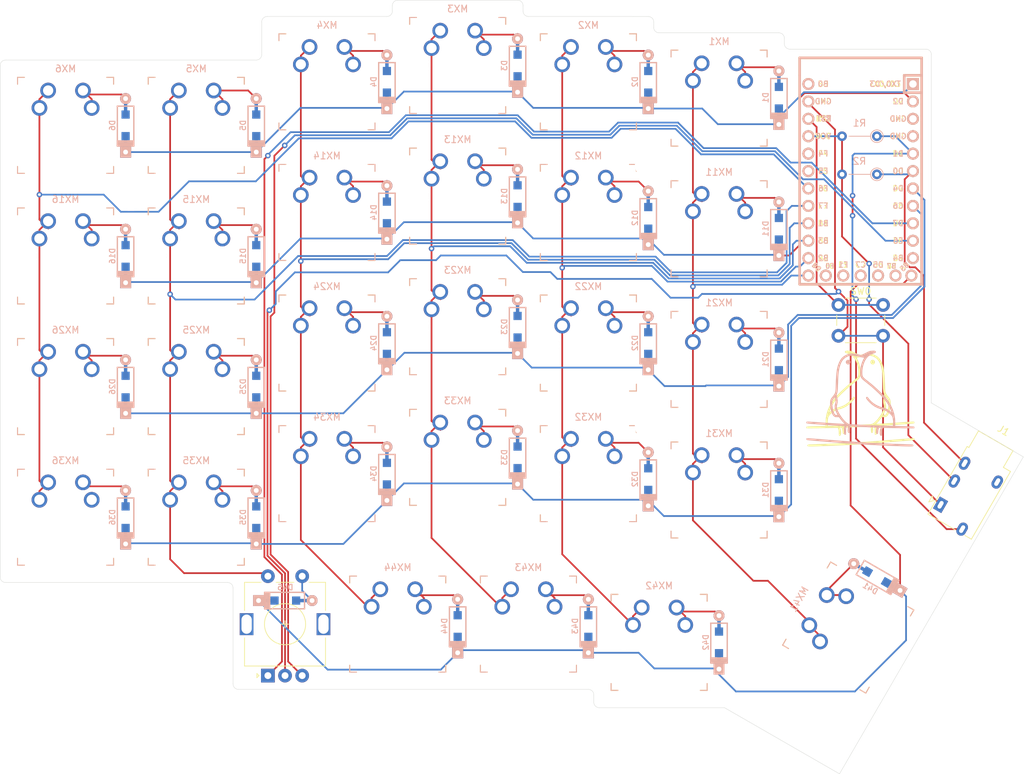
<source format=kicad_pcb>
(kicad_pcb (version 20171130) (host pcbnew "(5.1.9-0-10_14)")
  (layers (0 F.Cu signal) (31 B.Cu signal) (34 B.Paste user) (35 F.Paste user) (36 B.SilkS user) (37 F.SilkS user) (38 B.Mask user) (39 F.Mask user) (44 Edge.Cuts user))
  (net 0 "")
  (net 1 "Net-(D1-Pad2)")
  (net 2 ROW0)
  (net 3 "Net-(D2-Pad2)")
  (net 4 "Net-(D3-Pad2)")
  (net 5 "Net-(D4-Pad2)")
  (net 6 "Net-(D5-Pad2)")
  (net 7 "Net-(D6-Pad2)")
  (net 8 "Net-(D11-Pad2)")
  (net 9 ROW1)
  (net 10 "Net-(D12-Pad2)")
  (net 11 "Net-(D13-Pad2)")
  (net 12 "Net-(D14-Pad2)")
  (net 13 "Net-(D15-Pad2)")
  (net 14 "Net-(D16-Pad2)")
  (net 15 "Net-(D21-Pad2)")
  (net 16 ROW2)
  (net 17 "Net-(D22-Pad2)")
  (net 18 "Net-(D23-Pad2)")
  (net 19 "Net-(D24-Pad2)")
  (net 20 "Net-(D25-Pad2)")
  (net 21 "Net-(D26-Pad2)")
  (net 22 "Net-(D31-Pad2)")
  (net 23 ROW3)
  (net 24 "Net-(D32-Pad2)")
  (net 25 "Net-(D33-Pad2)")
  (net 26 "Net-(D34-Pad2)")
  (net 27 "Net-(D35-Pad2)")
  (net 28 "Net-(D36-Pad2)")
  (net 29 ROW4)
  (net 30 "Net-(D42-Pad2)")
  (net 31 "Net-(D43-Pad2)")
  (net 32 "Net-(D44-Pad2)")
  (net 33 COL0)
  (net 34 COL1)
  (net 35 COL2)
  (net 36 COL3)
  (net 37 COL4)
  (net 38 COL5)
  (net 39 VCC)
  (net 40 SDA)
  (net 41 SCL)
  (net 42 GND)
  (net 43 "Net-(SW0-Pad1)")
  (net 44 LEFT)
  (net 45 RIGHT)
  (net 46 "Net-(D41-Pad2)")
  (net 47 ENC1-IN)
  (net 48 "Net-(U1-Pad25)")
  (net 49 "Net-(U1-Pad26)")
  (net 50 "Net-(U1-Pad27)")
  (net 51 "Net-(U1-Pad28)")
  (net 52 "Net-(U1-Pad29)")
  (net 53 "Net-(U1-Pad24)")
  (net 54 "Net-(U1-Pad20)")
  (net 55 "Net-(U1-Pad19)")
  (net 56 "Net-(U1-Pad11)")
  (module footprints:wren_logo (layer B.Cu) (at 241.262 76.35875 180)
    (fp_text reference G*** hide)
    (fp_text value LOGO hide)
  )
  (module footprints:wren_logo (layer F.Cu) (at 241.262 76.35875)
    (fp_text reference G*** hide)
    (fp_text value LOGO hide)
  )
  (module footprints:SW_MX_reversible (layer F.Cu) (at 125.4125 36.5125)
    (fp_text reference MX6)
    (fp_text value MX-NoLED)
    (fp_text user %R (at 0 -8.255) (layer B.SilkS) (effects (justify mirror)))
    (pad "" np_thru_hole circle (at -5.08 0) (size 1.7018 1.7018) (drill 1.7018) (layers *.Cu *.Mask))
    (pad "" np_thru_hole circle (at 5.08 0) (size 1.7018 1.7018) (drill 1.7018) (layers *.Cu *.Mask))
    (pad 1 thru_hole circle (at -3.81 -2.54) (size 2.286 2.286) (drill 1.4986) (layers *.Cu *.Mask) (net 38 COL5))
    (pad "" np_thru_hole circle (at 0 0) (size 3.9878 3.9878) (drill 3.9878) (layers *.Cu *.Mask))
    (pad 2 thru_hole circle (at 2.54 -5.08) (size 2.286 2.286) (drill 1.4986) (layers *.Cu *.Mask) (net 7 "Net-(D6-Pad2)"))
    (pad 1 thru_hole circle (at -2.54 -5.08) (size 2.286 2.286) (drill 1.4986) (layers *.Cu *.Mask) (net 38 COL5))
    (pad 2 thru_hole circle (at 3.81 -2.54) (size 2.286 2.286) (drill 1.4986) (layers *.Cu *.Mask) (net 7 "Net-(D6-Pad2)"))
  )
  (module footprints:SW_MX_reversible (layer F.Cu) (at 125.4125 93.6625)
    (fp_text reference MX36)
    (fp_text value MX-NoLED)
    (fp_text user %R (at 0 -8.255) (layer B.SilkS) (effects (justify mirror)))
    (pad "" np_thru_hole circle (at -5.08 0) (size 1.7018 1.7018) (drill 1.7018) (layers *.Cu *.Mask))
    (pad "" np_thru_hole circle (at 5.08 0) (size 1.7018 1.7018) (drill 1.7018) (layers *.Cu *.Mask))
    (pad 1 thru_hole circle (at -3.81 -2.54) (size 2.286 2.286) (drill 1.4986) (layers *.Cu *.Mask) (net 38 COL5))
    (pad "" np_thru_hole circle (at 0 0) (size 3.9878 3.9878) (drill 3.9878) (layers *.Cu *.Mask))
    (pad 2 thru_hole circle (at 2.54 -5.08) (size 2.286 2.286) (drill 1.4986) (layers *.Cu *.Mask) (net 28 "Net-(D36-Pad2)"))
    (pad 1 thru_hole circle (at -2.54 -5.08) (size 2.286 2.286) (drill 1.4986) (layers *.Cu *.Mask) (net 38 COL5))
    (pad 2 thru_hole circle (at 3.81 -2.54) (size 2.286 2.286) (drill 1.4986) (layers *.Cu *.Mask) (net 28 "Net-(D36-Pad2)"))
  )
  (module footprints:Stabilizer_MX_2u (layer F.Cu) (at 239.484 109.75975 240)
    (fp_text reference REF** hide)
    (fp_text value Stabilizer_MX_2u hide)
    (pad "" np_thru_hole circle (at -11.9 -6.985 240) (size 3.048 3.048) (drill 3.048) (layers *.Cu *.Mask))
    (pad "" np_thru_hole circle (at 11.9 -6.985 240) (size 3.048 3.048) (drill 3.048) (layers *.Cu *.Mask))
    (pad "" np_thru_hole circle (at -11.9 8.255 240) (size 3.9878 3.9878) (drill 3.9878) (layers *.Cu *.Mask))
    (pad "" np_thru_hole circle (at 11.9 8.255 240) (size 3.9878 3.9878) (drill 3.9878) (layers *.Cu *.Mask))
  )
  (module footprints:SW_MX_reversible (layer F.Cu) (at 239.484 109.75975 60)
    (fp_text reference MX41)
    (fp_text value MX-NoLED)
    (fp_text user %R (at 0 -8.255 60) (layer B.SilkS) (effects (justify mirror)))
    (pad "" np_thru_hole circle (at -5.08 0 60) (size 1.7018 1.7018) (drill 1.7018) (layers *.Cu *.Mask))
    (pad "" np_thru_hole circle (at 5.08 0 60) (size 1.7018 1.7018) (drill 1.7018) (layers *.Cu *.Mask))
    (pad 1 thru_hole circle (at -3.81 -2.54 60) (size 2.286 2.286) (drill 1.4986) (layers *.Cu *.Mask) (net 33 COL0))
    (pad "" np_thru_hole circle (at 0 0 60) (size 3.9878 3.9878) (drill 3.9878) (layers *.Cu *.Mask))
    (pad 2 thru_hole circle (at 2.54 -5.08 60) (size 2.286 2.286) (drill 1.4986) (layers *.Cu *.Mask) (net 46 "Net-(D41-Pad2)"))
    (pad 1 thru_hole circle (at -2.54 -5.08 60) (size 2.286 2.286) (drill 1.4986) (layers *.Cu *.Mask) (net 33 COL0))
    (pad 2 thru_hole circle (at 3.81 -2.54 60) (size 2.286 2.286) (drill 1.4986) (layers *.Cu *.Mask) (net 46 "Net-(D41-Pad2)"))
  )
  (module footprints:SW_MX_reversible (layer F.Cu) (at 144.4625 55.5625)
    (fp_text reference MX15)
    (fp_text value MX-NoLED)
    (fp_text user %R (at 0 -8.255) (layer B.SilkS) (effects (justify mirror)))
    (pad "" np_thru_hole circle (at -5.08 0) (size 1.7018 1.7018) (drill 1.7018) (layers *.Cu *.Mask))
    (pad "" np_thru_hole circle (at 5.08 0) (size 1.7018 1.7018) (drill 1.7018) (layers *.Cu *.Mask))
    (pad 1 thru_hole circle (at -3.81 -2.54) (size 2.286 2.286) (drill 1.4986) (layers *.Cu *.Mask) (net 37 COL4))
    (pad "" np_thru_hole circle (at 0 0) (size 3.9878 3.9878) (drill 3.9878) (layers *.Cu *.Mask))
    (pad 2 thru_hole circle (at 2.54 -5.08) (size 2.286 2.286) (drill 1.4986) (layers *.Cu *.Mask) (net 13 "Net-(D15-Pad2)"))
    (pad 1 thru_hole circle (at -2.54 -5.08) (size 2.286 2.286) (drill 1.4986) (layers *.Cu *.Mask) (net 37 COL4))
    (pad 2 thru_hole circle (at 3.81 -2.54) (size 2.286 2.286) (drill 1.4986) (layers *.Cu *.Mask) (net 13 "Net-(D15-Pad2)"))
  )
  (module footprints:SW_MX_reversible (layer F.Cu) (at 173.825 109.25175)
    (fp_text reference MX44)
    (fp_text value MX-NoLED)
    (fp_text user %R (at 0 -8.255) (layer B.SilkS) (effects (justify mirror)))
    (pad "" np_thru_hole circle (at -5.08 0) (size 1.7018 1.7018) (drill 1.7018) (layers *.Cu *.Mask))
    (pad "" np_thru_hole circle (at 5.08 0) (size 1.7018 1.7018) (drill 1.7018) (layers *.Cu *.Mask))
    (pad 1 thru_hole circle (at -3.81 -2.54) (size 2.286 2.286) (drill 1.4986) (layers *.Cu *.Mask) (net 36 COL3))
    (pad "" np_thru_hole circle (at 0 0) (size 3.9878 3.9878) (drill 3.9878) (layers *.Cu *.Mask))
    (pad 2 thru_hole circle (at 2.54 -5.08) (size 2.286 2.286) (drill 1.4986) (layers *.Cu *.Mask) (net 32 "Net-(D44-Pad2)"))
    (pad 1 thru_hole circle (at -2.54 -5.08) (size 2.286 2.286) (drill 1.4986) (layers *.Cu *.Mask) (net 36 COL3))
    (pad 2 thru_hole circle (at 3.81 -2.54) (size 2.286 2.286) (drill 1.4986) (layers *.Cu *.Mask) (net 32 "Net-(D44-Pad2)"))
  )
  (module footprints:SW_MX_reversible (layer F.Cu) (at 192.875 109.25175)
    (fp_text reference MX43)
    (fp_text value MX-NoLED)
    (fp_text user %R (at 0 -8.255) (layer B.SilkS) (effects (justify mirror)))
    (pad "" np_thru_hole circle (at -5.08 0) (size 1.7018 1.7018) (drill 1.7018) (layers *.Cu *.Mask))
    (pad "" np_thru_hole circle (at 5.08 0) (size 1.7018 1.7018) (drill 1.7018) (layers *.Cu *.Mask))
    (pad 1 thru_hole circle (at -3.81 -2.54) (size 2.286 2.286) (drill 1.4986) (layers *.Cu *.Mask) (net 35 COL2))
    (pad "" np_thru_hole circle (at 0 0) (size 3.9878 3.9878) (drill 3.9878) (layers *.Cu *.Mask))
    (pad 2 thru_hole circle (at 2.54 -5.08) (size 2.286 2.286) (drill 1.4986) (layers *.Cu *.Mask) (net 31 "Net-(D43-Pad2)"))
    (pad 1 thru_hole circle (at -2.54 -5.08) (size 2.286 2.286) (drill 1.4986) (layers *.Cu *.Mask) (net 35 COL2))
    (pad 2 thru_hole circle (at 3.81 -2.54) (size 2.286 2.286) (drill 1.4986) (layers *.Cu *.Mask) (net 31 "Net-(D43-Pad2)"))
  )
  (module footprints:SW_MX_reversible (layer F.Cu) (at 211.925 111.91875)
    (fp_text reference MX42)
    (fp_text value MX-NoLED)
    (fp_text user %R (at 0 -8.255) (layer B.SilkS) (effects (justify mirror)))
    (pad "" np_thru_hole circle (at -5.08 0) (size 1.7018 1.7018) (drill 1.7018) (layers *.Cu *.Mask))
    (pad "" np_thru_hole circle (at 5.08 0) (size 1.7018 1.7018) (drill 1.7018) (layers *.Cu *.Mask))
    (pad 1 thru_hole circle (at -3.81 -2.54) (size 2.286 2.286) (drill 1.4986) (layers *.Cu *.Mask) (net 34 COL1))
    (pad "" np_thru_hole circle (at 0 0) (size 3.9878 3.9878) (drill 3.9878) (layers *.Cu *.Mask))
    (pad 2 thru_hole circle (at 2.54 -5.08) (size 2.286 2.286) (drill 1.4986) (layers *.Cu *.Mask) (net 30 "Net-(D42-Pad2)"))
    (pad 1 thru_hole circle (at -2.54 -5.08) (size 2.286 2.286) (drill 1.4986) (layers *.Cu *.Mask) (net 34 COL1))
    (pad 2 thru_hole circle (at 3.81 -2.54) (size 2.286 2.286) (drill 1.4986) (layers *.Cu *.Mask) (net 30 "Net-(D42-Pad2)"))
  )
  (module footprints:SW_MX_reversible (layer F.Cu) (at 144.4625 93.6625)
    (fp_text reference MX35)
    (fp_text value MX-NoLED)
    (fp_text user %R (at 0 -8.255) (layer B.SilkS) (effects (justify mirror)))
    (pad "" np_thru_hole circle (at -5.08 0) (size 1.7018 1.7018) (drill 1.7018) (layers *.Cu *.Mask))
    (pad "" np_thru_hole circle (at 5.08 0) (size 1.7018 1.7018) (drill 1.7018) (layers *.Cu *.Mask))
    (pad 1 thru_hole circle (at -3.81 -2.54) (size 2.286 2.286) (drill 1.4986) (layers *.Cu *.Mask) (net 37 COL4))
    (pad "" np_thru_hole circle (at 0 0) (size 3.9878 3.9878) (drill 3.9878) (layers *.Cu *.Mask))
    (pad 2 thru_hole circle (at 2.54 -5.08) (size 2.286 2.286) (drill 1.4986) (layers *.Cu *.Mask) (net 27 "Net-(D35-Pad2)"))
    (pad 1 thru_hole circle (at -2.54 -5.08) (size 2.286 2.286) (drill 1.4986) (layers *.Cu *.Mask) (net 37 COL4))
    (pad 2 thru_hole circle (at 3.81 -2.54) (size 2.286 2.286) (drill 1.4986) (layers *.Cu *.Mask) (net 27 "Net-(D35-Pad2)"))
  )
  (module footprints:SW_MX_reversible (layer F.Cu) (at 163.5125 87.3125)
    (fp_text reference MX34)
    (fp_text value MX-NoLED)
    (fp_text user %R (at 0 -8.255) (layer B.SilkS) (effects (justify mirror)))
    (pad "" np_thru_hole circle (at -5.08 0) (size 1.7018 1.7018) (drill 1.7018) (layers *.Cu *.Mask))
    (pad "" np_thru_hole circle (at 5.08 0) (size 1.7018 1.7018) (drill 1.7018) (layers *.Cu *.Mask))
    (pad 1 thru_hole circle (at -3.81 -2.54) (size 2.286 2.286) (drill 1.4986) (layers *.Cu *.Mask) (net 36 COL3))
    (pad "" np_thru_hole circle (at 0 0) (size 3.9878 3.9878) (drill 3.9878) (layers *.Cu *.Mask))
    (pad 2 thru_hole circle (at 2.54 -5.08) (size 2.286 2.286) (drill 1.4986) (layers *.Cu *.Mask) (net 26 "Net-(D34-Pad2)"))
    (pad 1 thru_hole circle (at -2.54 -5.08) (size 2.286 2.286) (drill 1.4986) (layers *.Cu *.Mask) (net 36 COL3))
    (pad 2 thru_hole circle (at 3.81 -2.54) (size 2.286 2.286) (drill 1.4986) (layers *.Cu *.Mask) (net 26 "Net-(D34-Pad2)"))
  )
  (module footprints:SW_MX_reversible (layer F.Cu) (at 182.5625 84.93125)
    (fp_text reference MX33)
    (fp_text value MX-NoLED)
    (fp_text user %R (at 0 -8.255) (layer B.SilkS) (effects (justify mirror)))
    (pad "" np_thru_hole circle (at -5.08 0) (size 1.7018 1.7018) (drill 1.7018) (layers *.Cu *.Mask))
    (pad "" np_thru_hole circle (at 5.08 0) (size 1.7018 1.7018) (drill 1.7018) (layers *.Cu *.Mask))
    (pad 1 thru_hole circle (at -3.81 -2.54) (size 2.286 2.286) (drill 1.4986) (layers *.Cu *.Mask) (net 35 COL2))
    (pad "" np_thru_hole circle (at 0 0) (size 3.9878 3.9878) (drill 3.9878) (layers *.Cu *.Mask))
    (pad 2 thru_hole circle (at 2.54 -5.08) (size 2.286 2.286) (drill 1.4986) (layers *.Cu *.Mask) (net 25 "Net-(D33-Pad2)"))
    (pad 1 thru_hole circle (at -2.54 -5.08) (size 2.286 2.286) (drill 1.4986) (layers *.Cu *.Mask) (net 35 COL2))
    (pad 2 thru_hole circle (at 3.81 -2.54) (size 2.286 2.286) (drill 1.4986) (layers *.Cu *.Mask) (net 25 "Net-(D33-Pad2)"))
  )
  (module footprints:SW_MX_reversible (layer F.Cu) (at 201.6125 87.3125)
    (fp_text reference MX32)
    (fp_text value MX-NoLED)
    (fp_text user %R (at 0 -8.255) (layer B.SilkS) (effects (justify mirror)))
    (pad "" np_thru_hole circle (at -5.08 0) (size 1.7018 1.7018) (drill 1.7018) (layers *.Cu *.Mask))
    (pad "" np_thru_hole circle (at 5.08 0) (size 1.7018 1.7018) (drill 1.7018) (layers *.Cu *.Mask))
    (pad 1 thru_hole circle (at -3.81 -2.54) (size 2.286 2.286) (drill 1.4986) (layers *.Cu *.Mask) (net 34 COL1))
    (pad "" np_thru_hole circle (at 0 0) (size 3.9878 3.9878) (drill 3.9878) (layers *.Cu *.Mask))
    (pad 2 thru_hole circle (at 2.54 -5.08) (size 2.286 2.286) (drill 1.4986) (layers *.Cu *.Mask) (net 24 "Net-(D32-Pad2)"))
    (pad 1 thru_hole circle (at -2.54 -5.08) (size 2.286 2.286) (drill 1.4986) (layers *.Cu *.Mask) (net 34 COL1))
    (pad 2 thru_hole circle (at 3.81 -2.54) (size 2.286 2.286) (drill 1.4986) (layers *.Cu *.Mask) (net 24 "Net-(D32-Pad2)"))
  )
  (module footprints:SW_MX_reversible (layer F.Cu) (at 220.6625 89.69375)
    (fp_text reference MX31)
    (fp_text value MX-NoLED)
    (fp_text user %R (at 0 -8.255) (layer B.SilkS) (effects (justify mirror)))
    (pad "" np_thru_hole circle (at -5.08 0) (size 1.7018 1.7018) (drill 1.7018) (layers *.Cu *.Mask))
    (pad "" np_thru_hole circle (at 5.08 0) (size 1.7018 1.7018) (drill 1.7018) (layers *.Cu *.Mask))
    (pad 1 thru_hole circle (at -3.81 -2.54) (size 2.286 2.286) (drill 1.4986) (layers *.Cu *.Mask) (net 33 COL0))
    (pad "" np_thru_hole circle (at 0 0) (size 3.9878 3.9878) (drill 3.9878) (layers *.Cu *.Mask))
    (pad 2 thru_hole circle (at 2.54 -5.08) (size 2.286 2.286) (drill 1.4986) (layers *.Cu *.Mask) (net 22 "Net-(D31-Pad2)"))
    (pad 1 thru_hole circle (at -2.54 -5.08) (size 2.286 2.286) (drill 1.4986) (layers *.Cu *.Mask) (net 33 COL0))
    (pad 2 thru_hole circle (at 3.81 -2.54) (size 2.286 2.286) (drill 1.4986) (layers *.Cu *.Mask) (net 22 "Net-(D31-Pad2)"))
  )
  (module footprints:SW_MX_reversible (layer F.Cu) (at 125.4125 74.6125)
    (fp_text reference MX26)
    (fp_text value MX-NoLED)
    (fp_text user %R (at 0 -8.255) (layer B.SilkS) (effects (justify mirror)))
    (pad "" np_thru_hole circle (at -5.08 0) (size 1.7018 1.7018) (drill 1.7018) (layers *.Cu *.Mask))
    (pad "" np_thru_hole circle (at 5.08 0) (size 1.7018 1.7018) (drill 1.7018) (layers *.Cu *.Mask))
    (pad 1 thru_hole circle (at -3.81 -2.54) (size 2.286 2.286) (drill 1.4986) (layers *.Cu *.Mask) (net 38 COL5))
    (pad "" np_thru_hole circle (at 0 0) (size 3.9878 3.9878) (drill 3.9878) (layers *.Cu *.Mask))
    (pad 2 thru_hole circle (at 2.54 -5.08) (size 2.286 2.286) (drill 1.4986) (layers *.Cu *.Mask) (net 21 "Net-(D26-Pad2)"))
    (pad 1 thru_hole circle (at -2.54 -5.08) (size 2.286 2.286) (drill 1.4986) (layers *.Cu *.Mask) (net 38 COL5))
    (pad 2 thru_hole circle (at 3.81 -2.54) (size 2.286 2.286) (drill 1.4986) (layers *.Cu *.Mask) (net 21 "Net-(D26-Pad2)"))
  )
  (module footprints:SW_MX_reversible (layer F.Cu) (at 144.4625 74.6125)
    (fp_text reference MX25)
    (fp_text value MX-NoLED)
    (fp_text user %R (at 0 -8.255) (layer B.SilkS) (effects (justify mirror)))
    (pad "" np_thru_hole circle (at -5.08 0) (size 1.7018 1.7018) (drill 1.7018) (layers *.Cu *.Mask))
    (pad "" np_thru_hole circle (at 5.08 0) (size 1.7018 1.7018) (drill 1.7018) (layers *.Cu *.Mask))
    (pad 1 thru_hole circle (at -3.81 -2.54) (size 2.286 2.286) (drill 1.4986) (layers *.Cu *.Mask) (net 37 COL4))
    (pad "" np_thru_hole circle (at 0 0) (size 3.9878 3.9878) (drill 3.9878) (layers *.Cu *.Mask))
    (pad 2 thru_hole circle (at 2.54 -5.08) (size 2.286 2.286) (drill 1.4986) (layers *.Cu *.Mask) (net 20 "Net-(D25-Pad2)"))
    (pad 1 thru_hole circle (at -2.54 -5.08) (size 2.286 2.286) (drill 1.4986) (layers *.Cu *.Mask) (net 37 COL4))
    (pad 2 thru_hole circle (at 3.81 -2.54) (size 2.286 2.286) (drill 1.4986) (layers *.Cu *.Mask) (net 20 "Net-(D25-Pad2)"))
  )
  (module footprints:SW_MX_reversible (layer F.Cu) (at 163.5125 68.2625)
    (fp_text reference MX24)
    (fp_text value MX-NoLED)
    (fp_text user %R (at 0 -8.255) (layer B.SilkS) (effects (justify mirror)))
    (pad "" np_thru_hole circle (at -5.08 0) (size 1.7018 1.7018) (drill 1.7018) (layers *.Cu *.Mask))
    (pad "" np_thru_hole circle (at 5.08 0) (size 1.7018 1.7018) (drill 1.7018) (layers *.Cu *.Mask))
    (pad 1 thru_hole circle (at -3.81 -2.54) (size 2.286 2.286) (drill 1.4986) (layers *.Cu *.Mask) (net 36 COL3))
    (pad "" np_thru_hole circle (at 0 0) (size 3.9878 3.9878) (drill 3.9878) (layers *.Cu *.Mask))
    (pad 2 thru_hole circle (at 2.54 -5.08) (size 2.286 2.286) (drill 1.4986) (layers *.Cu *.Mask) (net 19 "Net-(D24-Pad2)"))
    (pad 1 thru_hole circle (at -2.54 -5.08) (size 2.286 2.286) (drill 1.4986) (layers *.Cu *.Mask) (net 36 COL3))
    (pad 2 thru_hole circle (at 3.81 -2.54) (size 2.286 2.286) (drill 1.4986) (layers *.Cu *.Mask) (net 19 "Net-(D24-Pad2)"))
  )
  (module footprints:SW_MX_reversible (layer F.Cu) (at 182.5625 65.88125)
    (fp_text reference MX23)
    (fp_text value MX-NoLED)
    (fp_text user %R (at 0 -8.255) (layer B.SilkS) (effects (justify mirror)))
    (pad "" np_thru_hole circle (at -5.08 0) (size 1.7018 1.7018) (drill 1.7018) (layers *.Cu *.Mask))
    (pad "" np_thru_hole circle (at 5.08 0) (size 1.7018 1.7018) (drill 1.7018) (layers *.Cu *.Mask))
    (pad 1 thru_hole circle (at -3.81 -2.54) (size 2.286 2.286) (drill 1.4986) (layers *.Cu *.Mask) (net 35 COL2))
    (pad "" np_thru_hole circle (at 0 0) (size 3.9878 3.9878) (drill 3.9878) (layers *.Cu *.Mask))
    (pad 2 thru_hole circle (at 2.54 -5.08) (size 2.286 2.286) (drill 1.4986) (layers *.Cu *.Mask) (net 18 "Net-(D23-Pad2)"))
    (pad 1 thru_hole circle (at -2.54 -5.08) (size 2.286 2.286) (drill 1.4986) (layers *.Cu *.Mask) (net 35 COL2))
    (pad 2 thru_hole circle (at 3.81 -2.54) (size 2.286 2.286) (drill 1.4986) (layers *.Cu *.Mask) (net 18 "Net-(D23-Pad2)"))
  )
  (module footprints:SW_MX_reversible (layer F.Cu) (at 201.6125 68.2625)
    (fp_text reference MX22)
    (fp_text value MX-NoLED)
    (fp_text user %R (at 0 -8.255) (layer B.SilkS) (effects (justify mirror)))
    (pad "" np_thru_hole circle (at -5.08 0) (size 1.7018 1.7018) (drill 1.7018) (layers *.Cu *.Mask))
    (pad "" np_thru_hole circle (at 5.08 0) (size 1.7018 1.7018) (drill 1.7018) (layers *.Cu *.Mask))
    (pad 1 thru_hole circle (at -3.81 -2.54) (size 2.286 2.286) (drill 1.4986) (layers *.Cu *.Mask) (net 34 COL1))
    (pad "" np_thru_hole circle (at 0 0) (size 3.9878 3.9878) (drill 3.9878) (layers *.Cu *.Mask))
    (pad 2 thru_hole circle (at 2.54 -5.08) (size 2.286 2.286) (drill 1.4986) (layers *.Cu *.Mask) (net 17 "Net-(D22-Pad2)"))
    (pad 1 thru_hole circle (at -2.54 -5.08) (size 2.286 2.286) (drill 1.4986) (layers *.Cu *.Mask) (net 34 COL1))
    (pad 2 thru_hole circle (at 3.81 -2.54) (size 2.286 2.286) (drill 1.4986) (layers *.Cu *.Mask) (net 17 "Net-(D22-Pad2)"))
  )
  (module footprints:SW_MX_reversible (layer F.Cu) (at 220.6625 70.64375)
    (fp_text reference MX21)
    (fp_text value MX-NoLED)
    (fp_text user %R (at 0 -8.255) (layer B.SilkS) (effects (justify mirror)))
    (pad "" np_thru_hole circle (at -5.08 0) (size 1.7018 1.7018) (drill 1.7018) (layers *.Cu *.Mask))
    (pad "" np_thru_hole circle (at 5.08 0) (size 1.7018 1.7018) (drill 1.7018) (layers *.Cu *.Mask))
    (pad 1 thru_hole circle (at -3.81 -2.54) (size 2.286 2.286) (drill 1.4986) (layers *.Cu *.Mask) (net 33 COL0))
    (pad "" np_thru_hole circle (at 0 0) (size 3.9878 3.9878) (drill 3.9878) (layers *.Cu *.Mask))
    (pad 2 thru_hole circle (at 2.54 -5.08) (size 2.286 2.286) (drill 1.4986) (layers *.Cu *.Mask) (net 15 "Net-(D21-Pad2)"))
    (pad 1 thru_hole circle (at -2.54 -5.08) (size 2.286 2.286) (drill 1.4986) (layers *.Cu *.Mask) (net 33 COL0))
    (pad 2 thru_hole circle (at 3.81 -2.54) (size 2.286 2.286) (drill 1.4986) (layers *.Cu *.Mask) (net 15 "Net-(D21-Pad2)"))
  )
  (module footprints:SW_MX_reversible (layer F.Cu) (at 125.4125 55.5625)
    (fp_text reference MX16)
    (fp_text value MX-NoLED)
    (fp_text user %R (at 0 -8.255) (layer B.SilkS) (effects (justify mirror)))
    (pad "" np_thru_hole circle (at -5.08 0) (size 1.7018 1.7018) (drill 1.7018) (layers *.Cu *.Mask))
    (pad "" np_thru_hole circle (at 5.08 0) (size 1.7018 1.7018) (drill 1.7018) (layers *.Cu *.Mask))
    (pad 1 thru_hole circle (at -3.81 -2.54) (size 2.286 2.286) (drill 1.4986) (layers *.Cu *.Mask) (net 38 COL5))
    (pad "" np_thru_hole circle (at 0 0) (size 3.9878 3.9878) (drill 3.9878) (layers *.Cu *.Mask))
    (pad 2 thru_hole circle (at 2.54 -5.08) (size 2.286 2.286) (drill 1.4986) (layers *.Cu *.Mask) (net 14 "Net-(D16-Pad2)"))
    (pad 1 thru_hole circle (at -2.54 -5.08) (size 2.286 2.286) (drill 1.4986) (layers *.Cu *.Mask) (net 38 COL5))
    (pad 2 thru_hole circle (at 3.81 -2.54) (size 2.286 2.286) (drill 1.4986) (layers *.Cu *.Mask) (net 14 "Net-(D16-Pad2)"))
  )
  (module footprints:SW_MX_reversible (layer F.Cu) (at 163.5125 49.2125)
    (fp_text reference MX14)
    (fp_text value MX-NoLED)
    (fp_text user %R (at 0 -8.255) (layer B.SilkS) (effects (justify mirror)))
    (pad "" np_thru_hole circle (at -5.08 0) (size 1.7018 1.7018) (drill 1.7018) (layers *.Cu *.Mask))
    (pad "" np_thru_hole circle (at 5.08 0) (size 1.7018 1.7018) (drill 1.7018) (layers *.Cu *.Mask))
    (pad 1 thru_hole circle (at -3.81 -2.54) (size 2.286 2.286) (drill 1.4986) (layers *.Cu *.Mask) (net 36 COL3))
    (pad "" np_thru_hole circle (at 0 0) (size 3.9878 3.9878) (drill 3.9878) (layers *.Cu *.Mask))
    (pad 2 thru_hole circle (at 2.54 -5.08) (size 2.286 2.286) (drill 1.4986) (layers *.Cu *.Mask) (net 12 "Net-(D14-Pad2)"))
    (pad 1 thru_hole circle (at -2.54 -5.08) (size 2.286 2.286) (drill 1.4986) (layers *.Cu *.Mask) (net 36 COL3))
    (pad 2 thru_hole circle (at 3.81 -2.54) (size 2.286 2.286) (drill 1.4986) (layers *.Cu *.Mask) (net 12 "Net-(D14-Pad2)"))
  )
  (module footprints:SW_MX_reversible (layer F.Cu) (at 182.5625 46.83125)
    (fp_text reference MX13)
    (fp_text value MX-NoLED)
    (fp_text user %R (at 0 -8.255) (layer B.SilkS) (effects (justify mirror)))
    (pad "" np_thru_hole circle (at -5.08 0) (size 1.7018 1.7018) (drill 1.7018) (layers *.Cu *.Mask))
    (pad "" np_thru_hole circle (at 5.08 0) (size 1.7018 1.7018) (drill 1.7018) (layers *.Cu *.Mask))
    (pad 1 thru_hole circle (at -3.81 -2.54) (size 2.286 2.286) (drill 1.4986) (layers *.Cu *.Mask) (net 35 COL2))
    (pad "" np_thru_hole circle (at 0 0) (size 3.9878 3.9878) (drill 3.9878) (layers *.Cu *.Mask))
    (pad 2 thru_hole circle (at 2.54 -5.08) (size 2.286 2.286) (drill 1.4986) (layers *.Cu *.Mask) (net 11 "Net-(D13-Pad2)"))
    (pad 1 thru_hole circle (at -2.54 -5.08) (size 2.286 2.286) (drill 1.4986) (layers *.Cu *.Mask) (net 35 COL2))
    (pad 2 thru_hole circle (at 3.81 -2.54) (size 2.286 2.286) (drill 1.4986) (layers *.Cu *.Mask) (net 11 "Net-(D13-Pad2)"))
  )
  (module footprints:SW_MX_reversible (layer F.Cu) (at 201.6125 49.2125)
    (fp_text reference MX12)
    (fp_text value MX-NoLED)
    (fp_text user %R (at 0 -8.255) (layer B.SilkS) (effects (justify mirror)))
    (pad "" np_thru_hole circle (at -5.08 0) (size 1.7018 1.7018) (drill 1.7018) (layers *.Cu *.Mask))
    (pad "" np_thru_hole circle (at 5.08 0) (size 1.7018 1.7018) (drill 1.7018) (layers *.Cu *.Mask))
    (pad 1 thru_hole circle (at -3.81 -2.54) (size 2.286 2.286) (drill 1.4986) (layers *.Cu *.Mask) (net 34 COL1))
    (pad "" np_thru_hole circle (at 0 0) (size 3.9878 3.9878) (drill 3.9878) (layers *.Cu *.Mask))
    (pad 2 thru_hole circle (at 2.54 -5.08) (size 2.286 2.286) (drill 1.4986) (layers *.Cu *.Mask) (net 10 "Net-(D12-Pad2)"))
    (pad 1 thru_hole circle (at -2.54 -5.08) (size 2.286 2.286) (drill 1.4986) (layers *.Cu *.Mask) (net 34 COL1))
    (pad 2 thru_hole circle (at 3.81 -2.54) (size 2.286 2.286) (drill 1.4986) (layers *.Cu *.Mask) (net 10 "Net-(D12-Pad2)"))
  )
  (module footprints:SW_MX_reversible (layer F.Cu) (at 220.6625 51.59375)
    (fp_text reference MX11)
    (fp_text value MX-NoLED)
    (fp_text user %R (at 0 -8.255) (layer B.SilkS) (effects (justify mirror)))
    (pad "" np_thru_hole circle (at -5.08 0) (size 1.7018 1.7018) (drill 1.7018) (layers *.Cu *.Mask))
    (pad "" np_thru_hole circle (at 5.08 0) (size 1.7018 1.7018) (drill 1.7018) (layers *.Cu *.Mask))
    (pad 1 thru_hole circle (at -3.81 -2.54) (size 2.286 2.286) (drill 1.4986) (layers *.Cu *.Mask) (net 33 COL0))
    (pad "" np_thru_hole circle (at 0 0) (size 3.9878 3.9878) (drill 3.9878) (layers *.Cu *.Mask))
    (pad 2 thru_hole circle (at 2.54 -5.08) (size 2.286 2.286) (drill 1.4986) (layers *.Cu *.Mask) (net 8 "Net-(D11-Pad2)"))
    (pad 1 thru_hole circle (at -2.54 -5.08) (size 2.286 2.286) (drill 1.4986) (layers *.Cu *.Mask) (net 33 COL0))
    (pad 2 thru_hole circle (at 3.81 -2.54) (size 2.286 2.286) (drill 1.4986) (layers *.Cu *.Mask) (net 8 "Net-(D11-Pad2)"))
  )
  (module footprints:SW_MX_reversible (layer F.Cu) (at 144.4625 36.5125)
    (fp_text reference MX5)
    (fp_text value MX-NoLED)
    (fp_text user %R (at 0 -8.255) (layer B.SilkS) (effects (justify mirror)))
    (pad "" np_thru_hole circle (at -5.08 0) (size 1.7018 1.7018) (drill 1.7018) (layers *.Cu *.Mask))
    (pad "" np_thru_hole circle (at 5.08 0) (size 1.7018 1.7018) (drill 1.7018) (layers *.Cu *.Mask))
    (pad 1 thru_hole circle (at -3.81 -2.54) (size 2.286 2.286) (drill 1.4986) (layers *.Cu *.Mask) (net 37 COL4))
    (pad "" np_thru_hole circle (at 0 0) (size 3.9878 3.9878) (drill 3.9878) (layers *.Cu *.Mask))
    (pad 2 thru_hole circle (at 2.54 -5.08) (size 2.286 2.286) (drill 1.4986) (layers *.Cu *.Mask) (net 6 "Net-(D5-Pad2)"))
    (pad 1 thru_hole circle (at -2.54 -5.08) (size 2.286 2.286) (drill 1.4986) (layers *.Cu *.Mask) (net 37 COL4))
    (pad 2 thru_hole circle (at 3.81 -2.54) (size 2.286 2.286) (drill 1.4986) (layers *.Cu *.Mask) (net 6 "Net-(D5-Pad2)"))
  )
  (module footprints:SW_MX_reversible (layer F.Cu) (at 163.5125 30.1625)
    (fp_text reference MX4)
    (fp_text value MX-NoLED)
    (fp_text user %R (at 0 -8.255) (layer B.SilkS) (effects (justify mirror)))
    (pad "" np_thru_hole circle (at -5.08 0) (size 1.7018 1.7018) (drill 1.7018) (layers *.Cu *.Mask))
    (pad "" np_thru_hole circle (at 5.08 0) (size 1.7018 1.7018) (drill 1.7018) (layers *.Cu *.Mask))
    (pad 1 thru_hole circle (at -3.81 -2.54) (size 2.286 2.286) (drill 1.4986) (layers *.Cu *.Mask) (net 36 COL3))
    (pad "" np_thru_hole circle (at 0 0) (size 3.9878 3.9878) (drill 3.9878) (layers *.Cu *.Mask))
    (pad 2 thru_hole circle (at 2.54 -5.08) (size 2.286 2.286) (drill 1.4986) (layers *.Cu *.Mask) (net 5 "Net-(D4-Pad2)"))
    (pad 1 thru_hole circle (at -2.54 -5.08) (size 2.286 2.286) (drill 1.4986) (layers *.Cu *.Mask) (net 36 COL3))
    (pad 2 thru_hole circle (at 3.81 -2.54) (size 2.286 2.286) (drill 1.4986) (layers *.Cu *.Mask) (net 5 "Net-(D4-Pad2)"))
  )
  (module footprints:SW_MX_reversible (layer F.Cu) (at 182.5625 27.78125)
    (fp_text reference MX3)
    (fp_text value MX-NoLED)
    (fp_text user %R (at 0 -8.255) (layer B.SilkS) (effects (justify mirror)))
    (pad "" np_thru_hole circle (at -5.08 0) (size 1.7018 1.7018) (drill 1.7018) (layers *.Cu *.Mask))
    (pad "" np_thru_hole circle (at 5.08 0) (size 1.7018 1.7018) (drill 1.7018) (layers *.Cu *.Mask))
    (pad 1 thru_hole circle (at -3.81 -2.54) (size 2.286 2.286) (drill 1.4986) (layers *.Cu *.Mask) (net 35 COL2))
    (pad "" np_thru_hole circle (at 0 0) (size 3.9878 3.9878) (drill 3.9878) (layers *.Cu *.Mask))
    (pad 2 thru_hole circle (at 2.54 -5.08) (size 2.286 2.286) (drill 1.4986) (layers *.Cu *.Mask) (net 4 "Net-(D3-Pad2)"))
    (pad 1 thru_hole circle (at -2.54 -5.08) (size 2.286 2.286) (drill 1.4986) (layers *.Cu *.Mask) (net 35 COL2))
    (pad 2 thru_hole circle (at 3.81 -2.54) (size 2.286 2.286) (drill 1.4986) (layers *.Cu *.Mask) (net 4 "Net-(D3-Pad2)"))
  )
  (module footprints:SW_MX_reversible (layer F.Cu) (at 201.6125 30.1625)
    (fp_text reference MX2)
    (fp_text value MX-NoLED)
    (fp_text user %R (at 0 -8.255) (layer B.SilkS) (effects (justify mirror)))
    (pad "" np_thru_hole circle (at -5.08 0) (size 1.7018 1.7018) (drill 1.7018) (layers *.Cu *.Mask))
    (pad "" np_thru_hole circle (at 5.08 0) (size 1.7018 1.7018) (drill 1.7018) (layers *.Cu *.Mask))
    (pad 1 thru_hole circle (at -3.81 -2.54) (size 2.286 2.286) (drill 1.4986) (layers *.Cu *.Mask) (net 34 COL1))
    (pad "" np_thru_hole circle (at 0 0) (size 3.9878 3.9878) (drill 3.9878) (layers *.Cu *.Mask))
    (pad 2 thru_hole circle (at 2.54 -5.08) (size 2.286 2.286) (drill 1.4986) (layers *.Cu *.Mask) (net 3 "Net-(D2-Pad2)"))
    (pad 1 thru_hole circle (at -2.54 -5.08) (size 2.286 2.286) (drill 1.4986) (layers *.Cu *.Mask) (net 34 COL1))
    (pad 2 thru_hole circle (at 3.81 -2.54) (size 2.286 2.286) (drill 1.4986) (layers *.Cu *.Mask) (net 3 "Net-(D2-Pad2)"))
  )
  (module footprints:SW_MX_reversible (layer F.Cu) (at 220.6625 32.54375)
    (fp_text reference MX1)
    (fp_text value MX-NoLED)
    (fp_text user %R (at 0 -8.255) (layer B.SilkS) (effects (justify mirror)))
    (pad "" np_thru_hole circle (at -5.08 0) (size 1.7018 1.7018) (drill 1.7018) (layers *.Cu *.Mask))
    (pad "" np_thru_hole circle (at 5.08 0) (size 1.7018 1.7018) (drill 1.7018) (layers *.Cu *.Mask))
    (pad 1 thru_hole circle (at -3.81 -2.54) (size 2.286 2.286) (drill 1.4986) (layers *.Cu *.Mask) (net 33 COL0))
    (pad "" np_thru_hole circle (at 0 0) (size 3.9878 3.9878) (drill 3.9878) (layers *.Cu *.Mask))
    (pad 2 thru_hole circle (at 2.54 -5.08) (size 2.286 2.286) (drill 1.4986) (layers *.Cu *.Mask) (net 1 "Net-(D1-Pad2)"))
    (pad 1 thru_hole circle (at -2.54 -5.08) (size 2.286 2.286) (drill 1.4986) (layers *.Cu *.Mask) (net 33 COL0))
    (pad 2 thru_hole circle (at 3.81 -2.54) (size 2.286 2.286) (drill 1.4986) (layers *.Cu *.Mask) (net 1 "Net-(D1-Pad2)"))
  )
  (module footprints:Elite-C (layer B.Cu) (at 241.3 44.45 270)
    (fp_text reference U1 hide)
    (fp_text value Elite-C hide)
    (fp_text user D5 (at 12.4 -2.54 180) (layer F.SilkS) (effects (font (size 0.8 0.8))))
    (fp_text user D5 (at 12.4 -2.54 180) (layer B.SilkS) (effects (font (size 0.8 0.8)) (justify mirror)))
    (fp_text user F1 (at 12.4 2.54 180) (layer B.SilkS) (effects (font (size 0.8 0.8)) (justify mirror)))
    (fp_text user F1 (at 12.4 2.54 180) (layer F.SilkS) (effects (font (size 0.8 0.8))))
    (fp_text user C7 (at 12.4 0 180) (layer F.SilkS) (effects (font (size 0.8 0.8))))
    (fp_text user C7 (at 12.4 0 180) (layer B.SilkS) (effects (font (size 0.8 0.8)) (justify mirror)))
    (fp_text user B6 (at 12.7 6.4 135 unlocked) (layer F.SilkS) (effects (font (size 0.7 0.7))))
    (fp_text user B6 (at 12.7 6.4 135 unlocked) (layer B.SilkS) (effects (font (size 0.7 0.7)) (justify mirror)))
    (fp_text user F0 (at 12.6 4.5 180) (layer B.SilkS) (effects (font (size 0.7 0.7)) (justify mirror)))
    (fp_text user F0 (at 12.6 4.5 180) (layer F.SilkS) (effects (font (size 0.7 0.7))))
    (fp_text user B7 (at 12.6 -4.5 180) (layer F.SilkS) (effects (font (size 0.7 0.7))))
    (fp_text user B7 (at 12.6 -4.5 180) (layer B.SilkS) (effects (font (size 0.7 0.7)) (justify mirror)))
    (fp_text user ST (at -8.91 5.04 180) (layer F.SilkS) (effects (font (size 0.8 0.8))))
    (fp_text user TX0/D3 (at -13.97 -3.571872 180) (layer B.SilkS) (effects (font (size 0.8 0.8)) (justify mirror)))
    (fp_text user TX0/D3 (at -13.97 -3.571872 180) (layer F.SilkS) (effects (font (size 0.8 0.8))))
    (fp_text user D2 (at -11.43 -5.461 180) (layer B.SilkS) (effects (font (size 0.8 0.8)) (justify mirror)))
    (fp_text user D0 (at -1.27 -5.461 180) (layer B.SilkS) (effects (font (size 0.8 0.8)) (justify mirror)))
    (fp_text user D1 (at -3.81 -5.461 180) (layer B.SilkS) (effects (font (size 0.8 0.8)) (justify mirror)))
    (fp_text user GND (at -6.35 -5.461 180) (layer B.SilkS) (effects (font (size 0.8 0.8)) (justify mirror)))
    (fp_text user GND (at -8.89 -5.461 180) (layer B.SilkS) (effects (font (size 0.8 0.8)) (justify mirror)))
    (fp_text user D4 (at 1.27 -5.461 180) (layer B.SilkS) (effects (font (size 0.8 0.8)) (justify mirror)))
    (fp_text user C6 (at 3.81 -5.461 180) (layer B.SilkS) (effects (font (size 0.8 0.8)) (justify mirror)))
    (fp_text user D7 (at 6.35 -5.461 180) (layer B.SilkS) (effects (font (size 0.8 0.8)) (justify mirror)))
    (fp_text user E6 (at 8.89 -5.461 180) (layer B.SilkS) (effects (font (size 0.8 0.8)) (justify mirror)))
    (fp_text user B4 (at 11.43 -5.461 180) (layer B.SilkS) (effects (font (size 0.8 0.8)) (justify mirror)))
    (fp_text user B5 (at 12.7 -6.4 225) (layer B.SilkS) (effects (font (size 0.7 0.7)) (justify mirror)))
    (fp_text user B2 (at 11.43 5.461 180) (layer F.SilkS) (effects (font (size 0.8 0.8))))
    (fp_text user B3 (at 8.89 5.461 180) (layer B.SilkS) (effects (font (size 0.8 0.8)) (justify mirror)))
    (fp_text user B1 (at 6.35 5.461 180) (layer B.SilkS) (effects (font (size 0.8 0.8)) (justify mirror)))
    (fp_text user F7 (at 3.81 5.461 180) (layer F.SilkS) (effects (font (size 0.8 0.8))))
    (fp_text user F6 (at 1.27 5.461 180) (layer F.SilkS) (effects (font (size 0.8 0.8))))
    (fp_text user F5 (at -1.27 5.461 180) (layer F.SilkS) (effects (font (size 0.8 0.8))))
    (fp_text user F4 (at -3.81 5.461 180) (layer B.SilkS) (effects (font (size 0.8 0.8)) (justify mirror)))
    (fp_text user VCC (at -6.35 5.461 180) (layer B.SilkS) (effects (font (size 0.8 0.8)) (justify mirror)))
    (fp_text user ST (at -8.92 5.73312 180) (layer B.SilkS) (effects (font (size 0.8 0.8)) (justify mirror)))
    (fp_text user GND (at -11.43 5.461 180) (layer B.SilkS) (effects (font (size 0.8 0.8)) (justify mirror)))
    (fp_text user B0 (at -13.97 5.461 180) (layer B.SilkS) (effects (font (size 0.8 0.8)) (justify mirror)))
    (fp_text user B0 (at -13.97 5.461 180) (layer F.SilkS) (effects (font (size 0.8 0.8))))
    (fp_text user GND (at -11.43 5.461 180) (layer F.SilkS) (effects (font (size 0.8 0.8))))
    (fp_text user VCC (at -6.35 5.461 180) (layer F.SilkS) (effects (font (size 0.8 0.8))))
    (fp_text user F4 (at -3.81 5.461 180) (layer F.SilkS) (effects (font (size 0.8 0.8))))
    (fp_text user F5 (at -1.27 5.461 180) (layer B.SilkS) (effects (font (size 0.8 0.8)) (justify mirror)))
    (fp_text user F6 (at 1.27 5.461 180) (layer B.SilkS) (effects (font (size 0.8 0.8)) (justify mirror)))
    (fp_text user F7 (at 3.81 5.461 180) (layer B.SilkS) (effects (font (size 0.8 0.8)) (justify mirror)))
    (fp_text user B1 (at 6.35 5.461 180) (layer F.SilkS) (effects (font (size 0.8 0.8))))
    (fp_text user B3 (at 8.89 5.461 180) (layer F.SilkS) (effects (font (size 0.8 0.8))))
    (fp_text user B2 (at 11.43 5.461 180) (layer B.SilkS) (effects (font (size 0.8 0.8)) (justify mirror)))
    (fp_text user B5 (at 12.7 -6.4 225) (layer F.SilkS) (effects (font (size 0.7 0.7))))
    (fp_text user B4 (at 11.43 -5.461 180) (layer F.SilkS) (effects (font (size 0.8 0.8))))
    (fp_text user E6 (at 8.89 -5.461 180) (layer F.SilkS) (effects (font (size 0.8 0.8))))
    (fp_text user D7 (at 6.35 -5.461 180) (layer F.SilkS) (effects (font (size 0.8 0.8))))
    (fp_text user C6 (at 3.81 -5.461 180) (layer F.SilkS) (effects (font (size 0.8 0.8))))
    (fp_text user D4 (at 1.27 -5.461 180) (layer F.SilkS) (effects (font (size 0.8 0.8))))
    (fp_text user GND (at -8.89 -5.461 180) (layer F.SilkS) (effects (font (size 0.8 0.8))))
    (fp_text user GND (at -6.35 -5.461 180) (layer F.SilkS) (effects (font (size 0.8 0.8))))
    (fp_text user D1 (at -3.81 -5.461 180) (layer F.SilkS) (effects (font (size 0.8 0.8))))
    (fp_text user D0 (at -1.27 -5.461 180) (layer F.SilkS) (effects (font (size 0.8 0.8))))
    (fp_text user D2 (at -11.43 -5.461 180) (layer F.SilkS) (effects (font (size 0.8 0.8))))
    (pad 25 thru_hole circle (at 13.97 -5.08 270) (size 1.7526 1.7526) (drill 1.0922) (layers *.Cu *.SilkS *.Mask) (net 48 "Net-(U1-Pad25)"))
    (pad 26 thru_hole circle (at 13.97 -2.54 270) (size 1.7526 1.7526) (drill 1.0922) (layers *.Cu *.SilkS *.Mask) (net 49 "Net-(U1-Pad26)"))
    (pad 27 thru_hole circle (at 13.97 0 270) (size 1.7526 1.7526) (drill 1.0922) (layers *.Cu *.SilkS *.Mask) (net 50 "Net-(U1-Pad27)"))
    (pad 28 thru_hole circle (at 13.97 2.54 270) (size 1.7526 1.7526) (drill 1.0922) (layers *.Cu *.SilkS *.Mask) (net 51 "Net-(U1-Pad28)"))
    (pad 29 thru_hole circle (at 13.97 5.08 270) (size 1.7526 1.7526) (drill 1.0922) (layers *.Cu *.SilkS *.Mask) (net 52 "Net-(U1-Pad29)"))
    (pad 24 thru_hole circle (at -13.97 7.62 270) (size 1.7526 1.7526) (drill 1.0922) (layers *.Cu *.SilkS *.Mask) (net 53 "Net-(U1-Pad24)"))
    (pad 12 thru_hole circle (at 13.97 -7.3914 270) (size 1.7526 1.7526) (drill 1.0922) (layers *.Cu *.SilkS *.Mask) (net 29 ROW4))
    (pad 23 thru_hole circle (at -11.43 7.62 270) (size 1.7526 1.7526) (drill 1.0922) (layers *.Cu *.SilkS *.Mask) (net 42 GND))
    (pad 22 thru_hole circle (at -8.89 7.62 270) (size 1.7526 1.7526) (drill 1.0922) (layers *.Cu *.SilkS *.Mask) (net 43 "Net-(SW0-Pad1)"))
    (pad 21 thru_hole circle (at -6.35 7.62 270) (size 1.7526 1.7526) (drill 1.0922) (layers *.Cu *.SilkS *.Mask) (net 39 VCC))
    (pad 20 thru_hole circle (at -3.81 7.62 270) (size 1.7526 1.7526) (drill 1.0922) (layers *.Cu *.SilkS *.Mask) (net 54 "Net-(U1-Pad20)"))
    (pad 19 thru_hole circle (at -1.27 7.62 270) (size 1.7526 1.7526) (drill 1.0922) (layers *.Cu *.SilkS *.Mask) (net 55 "Net-(U1-Pad19)"))
    (pad 18 thru_hole circle (at 1.27 7.62 270) (size 1.7526 1.7526) (drill 1.0922) (layers *.Cu *.SilkS *.Mask) (net 38 COL5))
    (pad 17 thru_hole circle (at 3.81 7.62 270) (size 1.7526 1.7526) (drill 1.0922) (layers *.Cu *.SilkS *.Mask) (net 37 COL4))
    (pad 16 thru_hole circle (at 6.35 7.62 270) (size 1.7526 1.7526) (drill 1.0922) (layers *.Cu *.SilkS *.Mask) (net 36 COL3))
    (pad 15 thru_hole circle (at 8.89 7.62 270) (size 1.7526 1.7526) (drill 1.0922) (layers *.Cu *.SilkS *.Mask) (net 35 COL2))
    (pad 14 thru_hole circle (at 11.43 7.62 270) (size 1.7526 1.7526) (drill 1.0922) (layers *.Cu *.SilkS *.Mask) (net 34 COL1))
    (pad 13 thru_hole circle (at 13.97 7.62 270) (size 1.7526 1.7526) (drill 1.0922) (layers *.Cu *.SilkS *.Mask) (net 33 COL0))
    (pad 11 thru_hole circle (at 11.43 -7.62 270) (size 1.7526 1.7526) (drill 1.0922) (layers *.Cu *.SilkS *.Mask) (net 56 "Net-(U1-Pad11)"))
    (pad 10 thru_hole circle (at 8.89 -7.62 270) (size 1.7526 1.7526) (drill 1.0922) (layers *.Cu *.SilkS *.Mask) (net 45 RIGHT))
    (pad 9 thru_hole circle (at 6.35 -7.62 270) (size 1.7526 1.7526) (drill 1.0922) (layers *.Cu *.SilkS *.Mask) (net 44 LEFT))
    (pad 8 thru_hole circle (at 3.81 -7.62 270) (size 1.7526 1.7526) (drill 1.0922) (layers *.Cu *.SilkS *.Mask) (net 16 ROW2))
    (pad 7 thru_hole circle (at 1.27 -7.62 270) (size 1.7526 1.7526) (drill 1.0922) (layers *.Cu *.SilkS *.Mask) (net 23 ROW3))
    (pad 6 thru_hole circle (at -1.27 -7.62 270) (size 1.7526 1.7526) (drill 1.0922) (layers *.Cu *.SilkS *.Mask) (net 41 SCL))
    (pad 5 thru_hole circle (at -3.81 -7.62 270) (size 1.7526 1.7526) (drill 1.0922) (layers *.Cu *.SilkS *.Mask) (net 40 SDA))
    (pad 4 thru_hole circle (at -6.35 -7.62 270) (size 1.7526 1.7526) (drill 1.0922) (layers *.Cu *.SilkS *.Mask) (net 42 GND))
    (pad 3 thru_hole circle (at -8.89 -7.62 270) (size 1.7526 1.7526) (drill 1.0922) (layers *.Cu *.SilkS *.Mask) (net 42 GND))
    (pad 2 thru_hole circle (at -11.43 -7.62 270) (size 1.7526 1.7526) (drill 1.0922) (layers *.Cu *.SilkS *.Mask) (net 9 ROW1))
    (pad 1 thru_hole rect (at -13.97 -7.62 270) (size 1.7526 1.7526) (drill 1.0922) (layers *.Cu *.SilkS *.Mask) (net 2 ROW0))
  )
  (module footprints:D_SOD123_axial (layer B.Cu) (at 201.6095 109.5375 90)
    (fp_text reference D43 (at 0 -1.925 90) (layer B.SilkS) (effects (font (size 0.8 0.8)) (justify mirror)))
    (fp_text value D_Small hide)
    (pad 2 smd rect (at 2.7 0 90) (size 2.5 0.5) (layers B.Cu) (net 31 "Net-(D43-Pad2)"))
    (pad 1 smd rect (at -2.7 0 90) (size 2.5 0.5) (layers B.Cu) (net 29 ROW4))
    (pad 2 thru_hole circle (at 3.9 0 90) (size 1.6 1.6) (drill 0.7) (layers *.Cu *.Mask B.SilkS) (net 31 "Net-(D43-Pad2)"))
    (pad 1 thru_hole rect (at -3.9 0 90) (size 1.6 1.6) (drill 0.7) (layers *.Cu *.Mask B.SilkS) (net 29 ROW4))
    (pad 1 smd rect (at -1.575 0 90) (size 1.2 1.2) (layers B.Cu B.Paste B.Mask) (net 29 ROW4))
    (pad 2 smd rect (at 1.575 0 90) (size 1.2 1.2) (layers B.Cu B.Paste B.Mask) (net 31 "Net-(D43-Pad2)"))
  )
  (module MountingHole:MountingHole_5.5mm (layer F.Cu) (at 134.9375 84.1375)
    (fp_text reference H5 hide)
    (fp_text value MountingHole)
    (pad 1 np_thru_hole circle (at 0 0) (size 5.5 5.5) (drill 5.5) (layers *.Cu *.Mask))
  )
  (module MountingHole:MountingHole_5.5mm (layer F.Cu) (at 226.2125 106.3625)
    (fp_text reference H4 hide)
    (fp_text value MountingHole)
    (pad 1 np_thru_hole circle (at 0 0) (size 5.5 5.5) (drill 5.5) (layers *.Cu *.Mask))
  )
  (module MountingHole:MountingHole_5.5mm (layer F.Cu) (at 211.1375 42.06875)
    (fp_text reference H3 hide)
    (fp_text value MountingHole)
    (pad 1 np_thru_hole circle (at 0 0) (size 5.5 5.5) (drill 5.5) (layers *.Cu *.Mask))
  )
  (module MountingHole:MountingHole_5.5mm (layer F.Cu) (at 134.9375 46.0375)
    (fp_text reference H2 hide)
    (fp_text value MountingHole)
    (pad 1 np_thru_hole circle (at 0 0) (size 5.5 5.5) (drill 5.5) (layers *.Cu *.Mask))
  )
  (module MountingHole:MountingHole_5.5mm (layer F.Cu) (at 211.13125 80.16875)
    (fp_text reference H1 hide)
    (fp_text value MountingHole)
    (pad 1 np_thru_hole circle (at 0 0) (size 5.5 5.5) (drill 5.5) (layers *.Cu *.Mask))
  )
  (module Resistor_THT:R_Axial_DIN0204_L3.6mm_D1.6mm_P5.08mm_Vertical (layer B.Cu) (at 243.665 43.65625 180)
    (fp_text reference R2 (at 2.54 1.92) (layer B.SilkS) (effects (justify mirror)))
    (fp_text value 10kOhms)
    (pad 2 thru_hole oval (at 5.08 0 180) (size 1.4 1.4) (drill 0.7) (layers *.Cu *.Mask) (net 39 VCC))
    (pad 1 thru_hole circle (at 0 0 180) (size 1.4 1.4) (drill 0.7) (layers *.Cu *.Mask) (net 41 SCL))
  )
  (module Resistor_THT:R_Axial_DIN0204_L3.6mm_D1.6mm_P5.08mm_Vertical (layer B.Cu) (at 243.665 38.1 180)
    (fp_text reference R1 (at 2.54 1.92) (layer B.SilkS) (effects (justify mirror)))
    (fp_text value 2.2kOhms)
    (pad 2 thru_hole oval (at 5.08 0 180) (size 1.4 1.4) (drill 0.7) (layers *.Cu *.Mask) (net 39 VCC))
    (pad 1 thru_hole circle (at 0 0 180) (size 1.4 1.4) (drill 0.7) (layers *.Cu *.Mask) (net 40 SDA))
  )
  (module footprints:D_SOD123_axial (layer B.Cu) (at 157.442 105.82275)
    (fp_text reference D45 (at 0 -1.925) (layer B.SilkS) (effects (font (size 0.8 0.8)) (justify mirror)))
    (fp_text value D_Small hide)
    (pad 2 smd rect (at 2.7 0) (size 2.5 0.5) (layers B.Cu) (net 47 ENC1-IN))
    (pad 1 smd rect (at -2.7 0) (size 2.5 0.5) (layers B.Cu) (net 29 ROW4))
    (pad 2 thru_hole circle (at 3.9 0) (size 1.6 1.6) (drill 0.7) (layers *.Cu *.Mask B.SilkS) (net 47 ENC1-IN))
    (pad 1 thru_hole rect (at -3.9 0) (size 1.6 1.6) (drill 0.7) (layers *.Cu *.Mask B.SilkS) (net 29 ROW4))
    (pad 1 smd rect (at -1.575 0) (size 1.2 1.2) (layers B.Cu B.Paste B.Mask) (net 29 ROW4))
    (pad 2 smd rect (at 1.575 0) (size 1.2 1.2) (layers B.Cu B.Paste B.Mask) (net 47 ENC1-IN))
  )
  (module footprints:D_SOD123_axial (layer B.Cu) (at 182.5625 109.5375 90)
    (fp_text reference D44 (at 0 -1.925 90) (layer B.SilkS) (effects (font (size 0.8 0.8)) (justify mirror)))
    (fp_text value D_Small hide)
    (pad 2 smd rect (at 2.7 0 90) (size 2.5 0.5) (layers B.Cu) (net 32 "Net-(D44-Pad2)"))
    (pad 1 smd rect (at -2.7 0 90) (size 2.5 0.5) (layers B.Cu) (net 29 ROW4))
    (pad 2 thru_hole circle (at 3.9 0 90) (size 1.6 1.6) (drill 0.7) (layers *.Cu *.Mask B.SilkS) (net 32 "Net-(D44-Pad2)"))
    (pad 1 thru_hole rect (at -3.9 0 90) (size 1.6 1.6) (drill 0.7) (layers *.Cu *.Mask B.SilkS) (net 29 ROW4))
    (pad 1 smd rect (at -1.575 0 90) (size 1.2 1.2) (layers B.Cu B.Paste B.Mask) (net 29 ROW4))
    (pad 2 smd rect (at 1.575 0 90) (size 1.2 1.2) (layers B.Cu B.Paste B.Mask) (net 32 "Net-(D44-Pad2)"))
  )
  (module footprints:D_SOD123_axial (layer B.Cu) (at 220.6535 111.91875 90)
    (fp_text reference D42 (at 0 -1.925 90) (layer B.SilkS) (effects (font (size 0.8 0.8)) (justify mirror)))
    (fp_text value D_Small hide)
    (pad 2 smd rect (at 2.7 0 90) (size 2.5 0.5) (layers B.Cu) (net 30 "Net-(D42-Pad2)"))
    (pad 1 smd rect (at -2.7 0 90) (size 2.5 0.5) (layers B.Cu) (net 29 ROW4))
    (pad 2 thru_hole circle (at 3.9 0 90) (size 1.6 1.6) (drill 0.7) (layers *.Cu *.Mask B.SilkS) (net 30 "Net-(D42-Pad2)"))
    (pad 1 thru_hole rect (at -3.9 0 90) (size 1.6 1.6) (drill 0.7) (layers *.Cu *.Mask B.SilkS) (net 29 ROW4))
    (pad 1 smd rect (at -1.575 0 90) (size 1.2 1.2) (layers B.Cu B.Paste B.Mask) (net 29 ROW4))
    (pad 2 smd rect (at 1.575 0 90) (size 1.2 1.2) (layers B.Cu B.Paste B.Mask) (net 30 "Net-(D42-Pad2)"))
  )
  (module footprints:D_SOD123_axial (layer B.Cu) (at 243.668 102.39375 150)
    (fp_text reference D41 (at 0 -1.925 330) (layer B.SilkS) (effects (font (size 0.8 0.8)) (justify mirror)))
    (fp_text value D_Small hide)
    (pad 2 smd rect (at 2.7 0 150) (size 2.5 0.5) (layers B.Cu) (net 46 "Net-(D41-Pad2)"))
    (pad 1 smd rect (at -2.7 0 150) (size 2.5 0.5) (layers B.Cu) (net 29 ROW4))
    (pad 2 thru_hole circle (at 3.9 0 150) (size 1.6 1.6) (drill 0.7) (layers *.Cu *.Mask B.SilkS) (net 46 "Net-(D41-Pad2)"))
    (pad 1 thru_hole rect (at -3.9 0 150) (size 1.6 1.6) (drill 0.7) (layers *.Cu *.Mask B.SilkS) (net 29 ROW4))
    (pad 1 smd rect (at -1.575 0 150) (size 1.2 1.2) (layers B.Cu B.Paste B.Mask) (net 29 ROW4))
    (pad 2 smd rect (at 1.575 0 150) (size 1.2 1.2) (layers B.Cu B.Paste B.Mask) (net 46 "Net-(D41-Pad2)"))
  )
  (module footprints:D_SOD123_axial (layer B.Cu) (at 134.162 93.6625 90)
    (fp_text reference D36 (at 0 -1.925 90) (layer B.SilkS) (effects (font (size 0.8 0.8)) (justify mirror)))
    (fp_text value D_Small hide)
    (pad 2 smd rect (at 2.7 0 90) (size 2.5 0.5) (layers B.Cu) (net 28 "Net-(D36-Pad2)"))
    (pad 1 smd rect (at -2.7 0 90) (size 2.5 0.5) (layers B.Cu) (net 23 ROW3))
    (pad 2 thru_hole circle (at 3.9 0 90) (size 1.6 1.6) (drill 0.7) (layers *.Cu *.Mask B.SilkS) (net 28 "Net-(D36-Pad2)"))
    (pad 1 thru_hole rect (at -3.9 0 90) (size 1.6 1.6) (drill 0.7) (layers *.Cu *.Mask B.SilkS) (net 23 ROW3))
    (pad 1 smd rect (at -1.575 0 90) (size 1.2 1.2) (layers B.Cu B.Paste B.Mask) (net 23 ROW3))
    (pad 2 smd rect (at 1.575 0 90) (size 1.2 1.2) (layers B.Cu B.Paste B.Mask) (net 28 "Net-(D36-Pad2)"))
  )
  (module footprints:D_SOD123_axial (layer B.Cu) (at 153.206 93.6625 90)
    (fp_text reference D35 (at 0 -1.925 90) (layer B.SilkS) (effects (font (size 0.8 0.8)) (justify mirror)))
    (fp_text value D_Small hide)
    (pad 2 smd rect (at 2.7 0 90) (size 2.5 0.5) (layers B.Cu) (net 27 "Net-(D35-Pad2)"))
    (pad 1 smd rect (at -2.7 0 90) (size 2.5 0.5) (layers B.Cu) (net 23 ROW3))
    (pad 2 thru_hole circle (at 3.9 0 90) (size 1.6 1.6) (drill 0.7) (layers *.Cu *.Mask B.SilkS) (net 27 "Net-(D35-Pad2)"))
    (pad 1 thru_hole rect (at -3.9 0 90) (size 1.6 1.6) (drill 0.7) (layers *.Cu *.Mask B.SilkS) (net 23 ROW3))
    (pad 1 smd rect (at -1.575 0 90) (size 1.2 1.2) (layers B.Cu B.Paste B.Mask) (net 23 ROW3))
    (pad 2 smd rect (at 1.575 0 90) (size 1.2 1.2) (layers B.Cu B.Paste B.Mask) (net 27 "Net-(D35-Pad2)"))
  )
  (module footprints:D_SOD123_axial (layer B.Cu) (at 172.25 87.3125 90)
    (fp_text reference D34 (at 0 -1.925 90) (layer B.SilkS) (effects (font (size 0.8 0.8)) (justify mirror)))
    (fp_text value D_Small hide)
    (pad 2 smd rect (at 2.7 0 90) (size 2.5 0.5) (layers B.Cu) (net 26 "Net-(D34-Pad2)"))
    (pad 1 smd rect (at -2.7 0 90) (size 2.5 0.5) (layers B.Cu) (net 23 ROW3))
    (pad 2 thru_hole circle (at 3.9 0 90) (size 1.6 1.6) (drill 0.7) (layers *.Cu *.Mask B.SilkS) (net 26 "Net-(D34-Pad2)"))
    (pad 1 thru_hole rect (at -3.9 0 90) (size 1.6 1.6) (drill 0.7) (layers *.Cu *.Mask B.SilkS) (net 23 ROW3))
    (pad 1 smd rect (at -1.575 0 90) (size 1.2 1.2) (layers B.Cu B.Paste B.Mask) (net 23 ROW3))
    (pad 2 smd rect (at 1.575 0 90) (size 1.2 1.2) (layers B.Cu B.Paste B.Mask) (net 26 "Net-(D34-Pad2)"))
  )
  (module footprints:D_SOD123_axial (layer B.Cu) (at 191.294 84.93125 90)
    (fp_text reference D33 (at 0 -1.925 90) (layer B.SilkS) (effects (font (size 0.8 0.8)) (justify mirror)))
    (fp_text value D_Small hide)
    (pad 2 smd rect (at 2.7 0 90) (size 2.5 0.5) (layers B.Cu) (net 25 "Net-(D33-Pad2)"))
    (pad 1 smd rect (at -2.7 0 90) (size 2.5 0.5) (layers B.Cu) (net 23 ROW3))
    (pad 2 thru_hole circle (at 3.9 0 90) (size 1.6 1.6) (drill 0.7) (layers *.Cu *.Mask B.SilkS) (net 25 "Net-(D33-Pad2)"))
    (pad 1 thru_hole rect (at -3.9 0 90) (size 1.6 1.6) (drill 0.7) (layers *.Cu *.Mask B.SilkS) (net 23 ROW3))
    (pad 1 smd rect (at -1.575 0 90) (size 1.2 1.2) (layers B.Cu B.Paste B.Mask) (net 23 ROW3))
    (pad 2 smd rect (at 1.575 0 90) (size 1.2 1.2) (layers B.Cu B.Paste B.Mask) (net 25 "Net-(D33-Pad2)"))
  )
  (module footprints:D_SOD123_axial (layer B.Cu) (at 210.338 88.10625 90)
    (fp_text reference D32 (at 0 -1.925 90) (layer B.SilkS) (effects (font (size 0.8 0.8)) (justify mirror)))
    (fp_text value D_Small hide)
    (pad 2 smd rect (at 2.7 0 90) (size 2.5 0.5) (layers B.Cu) (net 24 "Net-(D32-Pad2)"))
    (pad 1 smd rect (at -2.7 0 90) (size 2.5 0.5) (layers B.Cu) (net 23 ROW3))
    (pad 2 thru_hole circle (at 3.9 0 90) (size 1.6 1.6) (drill 0.7) (layers *.Cu *.Mask B.SilkS) (net 24 "Net-(D32-Pad2)"))
    (pad 1 thru_hole rect (at -3.9 0 90) (size 1.6 1.6) (drill 0.7) (layers *.Cu *.Mask B.SilkS) (net 23 ROW3))
    (pad 1 smd rect (at -1.575 0 90) (size 1.2 1.2) (layers B.Cu B.Paste B.Mask) (net 23 ROW3))
    (pad 2 smd rect (at 1.575 0 90) (size 1.2 1.2) (layers B.Cu B.Paste B.Mask) (net 24 "Net-(D32-Pad2)"))
  )
  (module footprints:D_SOD123_axial (layer B.Cu) (at 229.382 89.69375 90)
    (fp_text reference D31 (at 0 -1.925 90) (layer B.SilkS) (effects (font (size 0.8 0.8)) (justify mirror)))
    (fp_text value D_Small hide)
    (pad 2 smd rect (at 2.7 0 90) (size 2.5 0.5) (layers B.Cu) (net 22 "Net-(D31-Pad2)"))
    (pad 1 smd rect (at -2.7 0 90) (size 2.5 0.5) (layers B.Cu) (net 23 ROW3))
    (pad 2 thru_hole circle (at 3.9 0 90) (size 1.6 1.6) (drill 0.7) (layers *.Cu *.Mask B.SilkS) (net 22 "Net-(D31-Pad2)"))
    (pad 1 thru_hole rect (at -3.9 0 90) (size 1.6 1.6) (drill 0.7) (layers *.Cu *.Mask B.SilkS) (net 23 ROW3))
    (pad 1 smd rect (at -1.575 0 90) (size 1.2 1.2) (layers B.Cu B.Paste B.Mask) (net 23 ROW3))
    (pad 2 smd rect (at 1.575 0 90) (size 1.2 1.2) (layers B.Cu B.Paste B.Mask) (net 22 "Net-(D31-Pad2)"))
  )
  (module footprints:D_SOD123_axial (layer B.Cu) (at 134.162 74.6125 90)
    (fp_text reference D26 (at 0 -1.925 90) (layer B.SilkS) (effects (font (size 0.8 0.8)) (justify mirror)))
    (fp_text value D_Small hide)
    (pad 2 smd rect (at 2.7 0 90) (size 2.5 0.5) (layers B.Cu) (net 21 "Net-(D26-Pad2)"))
    (pad 1 smd rect (at -2.7 0 90) (size 2.5 0.5) (layers B.Cu) (net 16 ROW2))
    (pad 2 thru_hole circle (at 3.9 0 90) (size 1.6 1.6) (drill 0.7) (layers *.Cu *.Mask B.SilkS) (net 21 "Net-(D26-Pad2)"))
    (pad 1 thru_hole rect (at -3.9 0 90) (size 1.6 1.6) (drill 0.7) (layers *.Cu *.Mask B.SilkS) (net 16 ROW2))
    (pad 1 smd rect (at -1.575 0 90) (size 1.2 1.2) (layers B.Cu B.Paste B.Mask) (net 16 ROW2))
    (pad 2 smd rect (at 1.575 0 90) (size 1.2 1.2) (layers B.Cu B.Paste B.Mask) (net 21 "Net-(D26-Pad2)"))
  )
  (module footprints:D_SOD123_axial (layer B.Cu) (at 153.206 74.6125 90)
    (fp_text reference D25 (at 0 -1.925 90) (layer B.SilkS) (effects (font (size 0.8 0.8)) (justify mirror)))
    (fp_text value D_Small hide)
    (pad 2 smd rect (at 2.7 0 90) (size 2.5 0.5) (layers B.Cu) (net 20 "Net-(D25-Pad2)"))
    (pad 1 smd rect (at -2.7 0 90) (size 2.5 0.5) (layers B.Cu) (net 16 ROW2))
    (pad 2 thru_hole circle (at 3.9 0 90) (size 1.6 1.6) (drill 0.7) (layers *.Cu *.Mask B.SilkS) (net 20 "Net-(D25-Pad2)"))
    (pad 1 thru_hole rect (at -3.9 0 90) (size 1.6 1.6) (drill 0.7) (layers *.Cu *.Mask B.SilkS) (net 16 ROW2))
    (pad 1 smd rect (at -1.575 0 90) (size 1.2 1.2) (layers B.Cu B.Paste B.Mask) (net 16 ROW2))
    (pad 2 smd rect (at 1.575 0 90) (size 1.2 1.2) (layers B.Cu B.Paste B.Mask) (net 20 "Net-(D25-Pad2)"))
  )
  (module footprints:D_SOD123_axial (layer B.Cu) (at 172.25 68.2625 90)
    (fp_text reference D24 (at 0 -1.925 90) (layer B.SilkS) (effects (font (size 0.8 0.8)) (justify mirror)))
    (fp_text value D_Small hide)
    (pad 2 smd rect (at 2.7 0 90) (size 2.5 0.5) (layers B.Cu) (net 19 "Net-(D24-Pad2)"))
    (pad 1 smd rect (at -2.7 0 90) (size 2.5 0.5) (layers B.Cu) (net 16 ROW2))
    (pad 2 thru_hole circle (at 3.9 0 90) (size 1.6 1.6) (drill 0.7) (layers *.Cu *.Mask B.SilkS) (net 19 "Net-(D24-Pad2)"))
    (pad 1 thru_hole rect (at -3.9 0 90) (size 1.6 1.6) (drill 0.7) (layers *.Cu *.Mask B.SilkS) (net 16 ROW2))
    (pad 1 smd rect (at -1.575 0 90) (size 1.2 1.2) (layers B.Cu B.Paste B.Mask) (net 16 ROW2))
    (pad 2 smd rect (at 1.575 0 90) (size 1.2 1.2) (layers B.Cu B.Paste B.Mask) (net 19 "Net-(D24-Pad2)"))
  )
  (module footprints:D_SOD123_axial (layer B.Cu) (at 191.294 65.88125 90)
    (fp_text reference D23 (at 0 -1.925 90) (layer B.SilkS) (effects (font (size 0.8 0.8)) (justify mirror)))
    (fp_text value D_Small hide)
    (pad 2 smd rect (at 2.7 0 90) (size 2.5 0.5) (layers B.Cu) (net 18 "Net-(D23-Pad2)"))
    (pad 1 smd rect (at -2.7 0 90) (size 2.5 0.5) (layers B.Cu) (net 16 ROW2))
    (pad 2 thru_hole circle (at 3.9 0 90) (size 1.6 1.6) (drill 0.7) (layers *.Cu *.Mask B.SilkS) (net 18 "Net-(D23-Pad2)"))
    (pad 1 thru_hole rect (at -3.9 0 90) (size 1.6 1.6) (drill 0.7) (layers *.Cu *.Mask B.SilkS) (net 16 ROW2))
    (pad 1 smd rect (at -1.575 0 90) (size 1.2 1.2) (layers B.Cu B.Paste B.Mask) (net 16 ROW2))
    (pad 2 smd rect (at 1.575 0 90) (size 1.2 1.2) (layers B.Cu B.Paste B.Mask) (net 18 "Net-(D23-Pad2)"))
  )
  (module footprints:D_SOD123_axial (layer B.Cu) (at 210.338 68.2625 90)
    (fp_text reference D22 (at 0 -1.925 90) (layer B.SilkS) (effects (font (size 0.8 0.8)) (justify mirror)))
    (fp_text value D_Small hide)
    (pad 2 smd rect (at 2.7 0 90) (size 2.5 0.5) (layers B.Cu) (net 17 "Net-(D22-Pad2)"))
    (pad 1 smd rect (at -2.7 0 90) (size 2.5 0.5) (layers B.Cu) (net 16 ROW2))
    (pad 2 thru_hole circle (at 3.9 0 90) (size 1.6 1.6) (drill 0.7) (layers *.Cu *.Mask B.SilkS) (net 17 "Net-(D22-Pad2)"))
    (pad 1 thru_hole rect (at -3.9 0 90) (size 1.6 1.6) (drill 0.7) (layers *.Cu *.Mask B.SilkS) (net 16 ROW2))
    (pad 1 smd rect (at -1.575 0 90) (size 1.2 1.2) (layers B.Cu B.Paste B.Mask) (net 16 ROW2))
    (pad 2 smd rect (at 1.575 0 90) (size 1.2 1.2) (layers B.Cu B.Paste B.Mask) (net 17 "Net-(D22-Pad2)"))
  )
  (module footprints:D_SOD123_axial (layer B.Cu) (at 229.382 70.64375 90)
    (fp_text reference D21 (at 0 -1.925 90) (layer B.SilkS) (effects (font (size 0.8 0.8)) (justify mirror)))
    (fp_text value D_Small hide)
    (pad 2 smd rect (at 2.7 0 90) (size 2.5 0.5) (layers B.Cu) (net 15 "Net-(D21-Pad2)"))
    (pad 1 smd rect (at -2.7 0 90) (size 2.5 0.5) (layers B.Cu) (net 16 ROW2))
    (pad 2 thru_hole circle (at 3.9 0 90) (size 1.6 1.6) (drill 0.7) (layers *.Cu *.Mask B.SilkS) (net 15 "Net-(D21-Pad2)"))
    (pad 1 thru_hole rect (at -3.9 0 90) (size 1.6 1.6) (drill 0.7) (layers *.Cu *.Mask B.SilkS) (net 16 ROW2))
    (pad 1 smd rect (at -1.575 0 90) (size 1.2 1.2) (layers B.Cu B.Paste B.Mask) (net 16 ROW2))
    (pad 2 smd rect (at 1.575 0 90) (size 1.2 1.2) (layers B.Cu B.Paste B.Mask) (net 15 "Net-(D21-Pad2)"))
  )
  (module footprints:D_SOD123_axial (layer B.Cu) (at 134.162 55.5625 90)
    (fp_text reference D16 (at 0 -1.925 90) (layer B.SilkS) (effects (font (size 0.8 0.8)) (justify mirror)))
    (fp_text value D_Small hide)
    (pad 2 smd rect (at 2.7 0 90) (size 2.5 0.5) (layers B.Cu) (net 14 "Net-(D16-Pad2)"))
    (pad 1 smd rect (at -2.7 0 90) (size 2.5 0.5) (layers B.Cu) (net 9 ROW1))
    (pad 2 thru_hole circle (at 3.9 0 90) (size 1.6 1.6) (drill 0.7) (layers *.Cu *.Mask B.SilkS) (net 14 "Net-(D16-Pad2)"))
    (pad 1 thru_hole rect (at -3.9 0 90) (size 1.6 1.6) (drill 0.7) (layers *.Cu *.Mask B.SilkS) (net 9 ROW1))
    (pad 1 smd rect (at -1.575 0 90) (size 1.2 1.2) (layers B.Cu B.Paste B.Mask) (net 9 ROW1))
    (pad 2 smd rect (at 1.575 0 90) (size 1.2 1.2) (layers B.Cu B.Paste B.Mask) (net 14 "Net-(D16-Pad2)"))
  )
  (module footprints:D_SOD123_axial (layer B.Cu) (at 153.206 55.5625 90)
    (fp_text reference D15 (at 0 -1.925 90) (layer B.SilkS) (effects (font (size 0.8 0.8)) (justify mirror)))
    (fp_text value D_Small hide)
    (pad 2 smd rect (at 2.7 0 90) (size 2.5 0.5) (layers B.Cu) (net 13 "Net-(D15-Pad2)"))
    (pad 1 smd rect (at -2.7 0 90) (size 2.5 0.5) (layers B.Cu) (net 9 ROW1))
    (pad 2 thru_hole circle (at 3.9 0 90) (size 1.6 1.6) (drill 0.7) (layers *.Cu *.Mask B.SilkS) (net 13 "Net-(D15-Pad2)"))
    (pad 1 thru_hole rect (at -3.9 0 90) (size 1.6 1.6) (drill 0.7) (layers *.Cu *.Mask B.SilkS) (net 9 ROW1))
    (pad 1 smd rect (at -1.575 0 90) (size 1.2 1.2) (layers B.Cu B.Paste B.Mask) (net 9 ROW1))
    (pad 2 smd rect (at 1.575 0 90) (size 1.2 1.2) (layers B.Cu B.Paste B.Mask) (net 13 "Net-(D15-Pad2)"))
  )
  (module footprints:D_SOD123_axial (layer B.Cu) (at 172.25 49.2125 90)
    (fp_text reference D14 (at 0 -1.925 90) (layer B.SilkS) (effects (font (size 0.8 0.8)) (justify mirror)))
    (fp_text value D_Small hide)
    (pad 2 smd rect (at 2.7 0 90) (size 2.5 0.5) (layers B.Cu) (net 12 "Net-(D14-Pad2)"))
    (pad 1 smd rect (at -2.7 0 90) (size 2.5 0.5) (layers B.Cu) (net 9 ROW1))
    (pad 2 thru_hole circle (at 3.9 0 90) (size 1.6 1.6) (drill 0.7) (layers *.Cu *.Mask B.SilkS) (net 12 "Net-(D14-Pad2)"))
    (pad 1 thru_hole rect (at -3.9 0 90) (size 1.6 1.6) (drill 0.7) (layers *.Cu *.Mask B.SilkS) (net 9 ROW1))
    (pad 1 smd rect (at -1.575 0 90) (size 1.2 1.2) (layers B.Cu B.Paste B.Mask) (net 9 ROW1))
    (pad 2 smd rect (at 1.575 0 90) (size 1.2 1.2) (layers B.Cu B.Paste B.Mask) (net 12 "Net-(D14-Pad2)"))
  )
  (module footprints:D_SOD123_axial (layer B.Cu) (at 191.294 46.83125 90)
    (fp_text reference D13 (at 0 -1.925 90) (layer B.SilkS) (effects (font (size 0.8 0.8)) (justify mirror)))
    (fp_text value D_Small hide)
    (pad 2 smd rect (at 2.7 0 90) (size 2.5 0.5) (layers B.Cu) (net 11 "Net-(D13-Pad2)"))
    (pad 1 smd rect (at -2.7 0 90) (size 2.5 0.5) (layers B.Cu) (net 9 ROW1))
    (pad 2 thru_hole circle (at 3.9 0 90) (size 1.6 1.6) (drill 0.7) (layers *.Cu *.Mask B.SilkS) (net 11 "Net-(D13-Pad2)"))
    (pad 1 thru_hole rect (at -3.9 0 90) (size 1.6 1.6) (drill 0.7) (layers *.Cu *.Mask B.SilkS) (net 9 ROW1))
    (pad 1 smd rect (at -1.575 0 90) (size 1.2 1.2) (layers B.Cu B.Paste B.Mask) (net 9 ROW1))
    (pad 2 smd rect (at 1.575 0 90) (size 1.2 1.2) (layers B.Cu B.Paste B.Mask) (net 11 "Net-(D13-Pad2)"))
  )
  (module footprints:D_SOD123_axial (layer B.Cu) (at 210.338 50.00625 90)
    (fp_text reference D12 (at 0 -1.925 90) (layer B.SilkS) (effects (font (size 0.8 0.8)) (justify mirror)))
    (fp_text value D_Small hide)
    (pad 2 smd rect (at 2.7 0 90) (size 2.5 0.5) (layers B.Cu) (net 10 "Net-(D12-Pad2)"))
    (pad 1 smd rect (at -2.7 0 90) (size 2.5 0.5) (layers B.Cu) (net 9 ROW1))
    (pad 2 thru_hole circle (at 3.9 0 90) (size 1.6 1.6) (drill 0.7) (layers *.Cu *.Mask B.SilkS) (net 10 "Net-(D12-Pad2)"))
    (pad 1 thru_hole rect (at -3.9 0 90) (size 1.6 1.6) (drill 0.7) (layers *.Cu *.Mask B.SilkS) (net 9 ROW1))
    (pad 1 smd rect (at -1.575 0 90) (size 1.2 1.2) (layers B.Cu B.Paste B.Mask) (net 9 ROW1))
    (pad 2 smd rect (at 1.575 0 90) (size 1.2 1.2) (layers B.Cu B.Paste B.Mask) (net 10 "Net-(D12-Pad2)"))
  )
  (module footprints:D_SOD123_axial (layer B.Cu) (at 229.382 51.59375 90)
    (fp_text reference D11 (at 0 -1.925 90) (layer B.SilkS) (effects (font (size 0.8 0.8)) (justify mirror)))
    (fp_text value D_Small hide)
    (pad 2 smd rect (at 2.7 0 90) (size 2.5 0.5) (layers B.Cu) (net 8 "Net-(D11-Pad2)"))
    (pad 1 smd rect (at -2.7 0 90) (size 2.5 0.5) (layers B.Cu) (net 9 ROW1))
    (pad 2 thru_hole circle (at 3.9 0 90) (size 1.6 1.6) (drill 0.7) (layers *.Cu *.Mask B.SilkS) (net 8 "Net-(D11-Pad2)"))
    (pad 1 thru_hole rect (at -3.9 0 90) (size 1.6 1.6) (drill 0.7) (layers *.Cu *.Mask B.SilkS) (net 9 ROW1))
    (pad 1 smd rect (at -1.575 0 90) (size 1.2 1.2) (layers B.Cu B.Paste B.Mask) (net 9 ROW1))
    (pad 2 smd rect (at 1.575 0 90) (size 1.2 1.2) (layers B.Cu B.Paste B.Mask) (net 8 "Net-(D11-Pad2)"))
  )
  (module footprints:D_SOD123_axial (layer B.Cu) (at 134.162 36.5125 90)
    (fp_text reference D6 (at 0 -1.925 90) (layer B.SilkS) (effects (font (size 0.8 0.8)) (justify mirror)))
    (fp_text value D_Small hide)
    (pad 2 smd rect (at 2.7 0 90) (size 2.5 0.5) (layers B.Cu) (net 7 "Net-(D6-Pad2)"))
    (pad 1 smd rect (at -2.7 0 90) (size 2.5 0.5) (layers B.Cu) (net 2 ROW0))
    (pad 2 thru_hole circle (at 3.9 0 90) (size 1.6 1.6) (drill 0.7) (layers *.Cu *.Mask B.SilkS) (net 7 "Net-(D6-Pad2)"))
    (pad 1 thru_hole rect (at -3.9 0 90) (size 1.6 1.6) (drill 0.7) (layers *.Cu *.Mask B.SilkS) (net 2 ROW0))
    (pad 1 smd rect (at -1.575 0 90) (size 1.2 1.2) (layers B.Cu B.Paste B.Mask) (net 2 ROW0))
    (pad 2 smd rect (at 1.575 0 90) (size 1.2 1.2) (layers B.Cu B.Paste B.Mask) (net 7 "Net-(D6-Pad2)"))
  )
  (module footprints:D_SOD123_axial (layer B.Cu) (at 153.206 36.5125 90)
    (fp_text reference D5 (at 0 -1.925 90) (layer B.SilkS) (effects (font (size 0.8 0.8)) (justify mirror)))
    (fp_text value D_Small hide)
    (pad 2 smd rect (at 2.7 0 90) (size 2.5 0.5) (layers B.Cu) (net 6 "Net-(D5-Pad2)"))
    (pad 1 smd rect (at -2.7 0 90) (size 2.5 0.5) (layers B.Cu) (net 2 ROW0))
    (pad 2 thru_hole circle (at 3.9 0 90) (size 1.6 1.6) (drill 0.7) (layers *.Cu *.Mask B.SilkS) (net 6 "Net-(D5-Pad2)"))
    (pad 1 thru_hole rect (at -3.9 0 90) (size 1.6 1.6) (drill 0.7) (layers *.Cu *.Mask B.SilkS) (net 2 ROW0))
    (pad 1 smd rect (at -1.575 0 90) (size 1.2 1.2) (layers B.Cu B.Paste B.Mask) (net 2 ROW0))
    (pad 2 smd rect (at 1.575 0 90) (size 1.2 1.2) (layers B.Cu B.Paste B.Mask) (net 6 "Net-(D5-Pad2)"))
  )
  (module footprints:D_SOD123_axial (layer B.Cu) (at 172.25 30.1625 90)
    (fp_text reference D4 (at 0 -1.925 90) (layer B.SilkS) (effects (font (size 0.8 0.8)) (justify mirror)))
    (fp_text value D_Small hide)
    (pad 2 smd rect (at 2.7 0 90) (size 2.5 0.5) (layers B.Cu) (net 5 "Net-(D4-Pad2)"))
    (pad 1 smd rect (at -2.7 0 90) (size 2.5 0.5) (layers B.Cu) (net 2 ROW0))
    (pad 2 thru_hole circle (at 3.9 0 90) (size 1.6 1.6) (drill 0.7) (layers *.Cu *.Mask B.SilkS) (net 5 "Net-(D4-Pad2)"))
    (pad 1 thru_hole rect (at -3.9 0 90) (size 1.6 1.6) (drill 0.7) (layers *.Cu *.Mask B.SilkS) (net 2 ROW0))
    (pad 1 smd rect (at -1.575 0 90) (size 1.2 1.2) (layers B.Cu B.Paste B.Mask) (net 2 ROW0))
    (pad 2 smd rect (at 1.575 0 90) (size 1.2 1.2) (layers B.Cu B.Paste B.Mask) (net 5 "Net-(D4-Pad2)"))
  )
  (module footprints:D_SOD123_axial (layer B.Cu) (at 191.294 27.78125 90)
    (fp_text reference D3 (at 0 -1.925 90) (layer B.SilkS) (effects (font (size 0.8 0.8)) (justify mirror)))
    (fp_text value D_Small hide)
    (pad 2 smd rect (at 2.7 0 90) (size 2.5 0.5) (layers B.Cu) (net 4 "Net-(D3-Pad2)"))
    (pad 1 smd rect (at -2.7 0 90) (size 2.5 0.5) (layers B.Cu) (net 2 ROW0))
    (pad 2 thru_hole circle (at 3.9 0 90) (size 1.6 1.6) (drill 0.7) (layers *.Cu *.Mask B.SilkS) (net 4 "Net-(D3-Pad2)"))
    (pad 1 thru_hole rect (at -3.9 0 90) (size 1.6 1.6) (drill 0.7) (layers *.Cu *.Mask B.SilkS) (net 2 ROW0))
    (pad 1 smd rect (at -1.575 0 90) (size 1.2 1.2) (layers B.Cu B.Paste B.Mask) (net 2 ROW0))
    (pad 2 smd rect (at 1.575 0 90) (size 1.2 1.2) (layers B.Cu B.Paste B.Mask) (net 4 "Net-(D3-Pad2)"))
  )
  (module footprints:D_SOD123_axial (layer B.Cu) (at 210.338 30.1625 90)
    (fp_text reference D2 (at 0 -1.925 90) (layer B.SilkS) (effects (font (size 0.8 0.8)) (justify mirror)))
    (fp_text value D_Small hide)
    (pad 2 smd rect (at 2.7 0 90) (size 2.5 0.5) (layers B.Cu) (net 3 "Net-(D2-Pad2)"))
    (pad 1 smd rect (at -2.7 0 90) (size 2.5 0.5) (layers B.Cu) (net 2 ROW0))
    (pad 2 thru_hole circle (at 3.9 0 90) (size 1.6 1.6) (drill 0.7) (layers *.Cu *.Mask B.SilkS) (net 3 "Net-(D2-Pad2)"))
    (pad 1 thru_hole rect (at -3.9 0 90) (size 1.6 1.6) (drill 0.7) (layers *.Cu *.Mask B.SilkS) (net 2 ROW0))
    (pad 1 smd rect (at -1.575 0 90) (size 1.2 1.2) (layers B.Cu B.Paste B.Mask) (net 2 ROW0))
    (pad 2 smd rect (at 1.575 0 90) (size 1.2 1.2) (layers B.Cu B.Paste B.Mask) (net 3 "Net-(D2-Pad2)"))
  )
  (module footprints:D_SOD123_axial (layer B.Cu) (at 229.382 32.48125 90)
    (fp_text reference D1 (at 0 -1.925 90) (layer B.SilkS) (effects (font (size 0.8 0.8)) (justify mirror)))
    (fp_text value D_Small hide)
    (pad 2 smd rect (at 2.7 0 90) (size 2.5 0.5) (layers B.Cu) (net 1 "Net-(D1-Pad2)"))
    (pad 1 smd rect (at -2.7 0 90) (size 2.5 0.5) (layers B.Cu) (net 2 ROW0))
    (pad 2 thru_hole circle (at 3.9 0 90) (size 1.6 1.6) (drill 0.7) (layers *.Cu *.Mask B.SilkS) (net 1 "Net-(D1-Pad2)"))
    (pad 1 thru_hole rect (at -3.9 0 90) (size 1.6 1.6) (drill 0.7) (layers *.Cu *.Mask B.SilkS) (net 2 ROW0))
    (pad 1 smd rect (at -1.575 0 90) (size 1.2 1.2) (layers B.Cu B.Paste B.Mask) (net 2 ROW0))
    (pad 2 smd rect (at 1.575 0 90) (size 1.2 1.2) (layers B.Cu B.Paste B.Mask) (net 1 "Net-(D1-Pad2)"))
  )
  (module Rotary_Encoder:RotaryEncoder_Alps_EC11E-Switch_Vertical_H20mm (layer F.Cu) (at 154.902 116.76675 90)
    (fp_text reference ENC1 hide)
    (fp_text value Rotary_Encoder_Switch)
    (pad S1 thru_hole circle (at 14.5 5 90) (size 2 2) (drill 1) (layers *.Cu *.Mask) (net 47 ENC1-IN))
    (pad S2 thru_hole circle (at 14.5 0 90) (size 2 2) (drill 1) (layers *.Cu *.Mask) (net 37 COL4))
    (pad MP thru_hole rect (at 7.5 8.1 90) (size 3.2 2) (drill oval 2.8 1.5) (layers *.Cu *.Mask))
    (pad MP thru_hole rect (at 7.5 -3.1 90) (size 3.2 2) (drill oval 2.8 1.5) (layers *.Cu *.Mask))
    (pad B thru_hole circle (at 0 5 90) (size 2 2) (drill 1) (layers *.Cu *.Mask) (net 45 RIGHT))
    (pad C thru_hole circle (at 0 2.5 90) (size 2 2) (drill 1) (layers *.Cu *.Mask) (net 42 GND))
    (pad A thru_hole rect (at 0 0 90) (size 2 2) (drill 1) (layers *.Cu *.Mask) (net 44 LEFT))
  )
  (module Button_Switch_THT:SW_PUSH_6mm (layer F.Cu) (at 238.0615 62.70625)
    (fp_text reference SW0 (at 3.25 -2) (layer F.SilkS))
    (fp_text value Reset)
    (pad 1 thru_hole circle (at 6.5 0 90) (size 2 2) (drill 1.1) (layers *.Cu *.Mask) (net 43 "Net-(SW0-Pad1)"))
    (pad 2 thru_hole circle (at 6.5 4.5 90) (size 2 2) (drill 1.1) (layers *.Cu *.Mask) (net 42 GND))
    (pad 1 thru_hole circle (at 0 0 90) (size 2 2) (drill 1.1) (layers *.Cu *.Mask) (net 43 "Net-(SW0-Pad1)"))
    (pad 2 thru_hole circle (at 0 4.5 90) (size 2 2) (drill 1.1) (layers *.Cu *.Mask) (net 42 GND))
  )
  (module Connector_Audio:Jack_3.5mm_PJ320E_Horizontal (layer F.Cu) (at 252.946 91.85275 330)
    (fp_text reference J1 (at 2.54 -13.97 150) (layer F.SilkS))
    (fp_text value TRRS_Jack)
    (pad "" np_thru_hole circle (at 2.3 1.3 240) (size 1.2 1.2) (drill 1.2) (layers *.Cu *.Mask))
    (pad "" np_thru_hole circle (at 2.3 -5.7 240) (size 1.2 1.2) (drill 1.2) (layers *.Cu *.Mask))
    (pad R2 thru_hole oval (at 0 -7 240) (size 2 1.4) (drill oval 1.2 0.6) (layers *.Cu *.Mask) (net 41 SCL))
    (pad R1 thru_hole oval (at 0 -4 240) (size 2 1.4) (drill oval 1.2 0.6) (layers *.Cu *.Mask) (net 39 VCC))
    (pad T thru_hole rect (at 0 0 240) (size 2 1.4) (drill oval 1.2 0.6) (layers *.Cu *.Mask) (net 42 GND))
    (pad S thru_hole oval (at 4.5 1.5 240) (size 2 1.4) (drill oval 1.2 0.6) (layers *.Cu *.Mask) (net 40 SDA))
    (pad "" thru_hole oval (at 5.5 -7 240) (size 2 1.4) (drill oval 1.2 0.6) (layers *.Cu *.Mask))
  )
  (gr_line (start 115.88125 27.78125) (end 115.88125 102.39375) (layer Edge.Cuts) (width 0.05))
  (gr_line (start 116.675 26.9875) (end 153.209 26.9875) (layer Edge.Cuts) (width 0.05))
  (gr_line (start 116.67475 103.18725) (end 145.274 103.1875) (layer Edge.Cuts) (width 0.05))
  (gr_line (start 149.0285 103.18775) (end 145.274 103.1875) (layer Edge.Cuts) (width 0.05))
  (gr_line (start 149.822 117.98325) (end 149.822 103.98125) (layer Edge.Cuts) (width 0.05))
  (gr_line (start 150.6155 118.77675) (end 201.6125 118.77675) (layer Edge.Cuts) (width 0.05))
  (gr_line (start 202.406 119.57025) (end 202.406 120.65) (layer Edge.Cuts) (width 0.05))
  (gr_arc (start 150.6155 117.98325) (end 149.822 117.98325) (angle -90) (layer Edge.Cuts) (width 0.05))
  (gr_line (start 251.603 76.99375) (end 251.603 26.19375) (layer Edge.Cuts) (width 0.05))
  (gr_line (start 265.011 84.86775) (end 251.603 76.99375) (layer Edge.Cuts) (width 0.05))
  (gr_line (start 238.214 131.09575) (end 265.011 84.86775) (layer Edge.Cuts) (width 0.05))
  (gr_line (start 221.45 121.44375) (end 238.214 131.09575) (layer Edge.Cuts) (width 0.05))
  (gr_line (start 203.1995 121.4435) (end 221.45 121.44375) (layer Edge.Cuts) (width 0.05))
  (gr_arc (start 203.1995 120.65) (end 202.406 120.65) (angle -90) (layer Edge.Cuts) (width 0.05))
  (gr_arc (start 201.6125 119.57025) (end 202.406 119.57025) (angle -90) (layer Edge.Cuts) (width 0.05))
  (gr_arc (start 149.0285 103.98125) (end 149.822 103.98125) (angle -90) (layer Edge.Cuts) (width 0.05))
  (gr_arc (start 116.67475 102.39375) (end 115.88125 102.39375) (angle -90) (layer Edge.Cuts) (width 0.05))
  (gr_arc (start 116.675 27.78125) (end 116.675 26.9875) (angle -90) (layer Edge.Cuts) (width 0.05))
  (gr_arc (start 153.209 26.19375) (end 153.209 26.9875) (angle -90) (layer Edge.Cuts) (width 0.05))
  (gr_line (start 154.00225 21.43125) (end 154.0025 26.19375) (layer Edge.Cuts) (width 0.05))
  (gr_arc (start 154.796 21.43125) (end 154.796 20.6375) (angle -90) (layer Edge.Cuts) (width 0.05))
  (gr_line (start 172.253 20.6375) (end 154.796 20.6375) (layer Edge.Cuts) (width 0.05))
  (gr_arc (start 172.253 19.84375) (end 172.253 20.6375) (angle -90) (layer Edge.Cuts) (width 0.05))
  (gr_line (start 173.04625 19.05) (end 173.0465 19.84375) (layer Edge.Cuts) (width 0.05))
  (gr_arc (start 173.84 19.05) (end 173.84 18.25625) (angle -90) (layer Edge.Cuts) (width 0.05))
  (gr_line (start 191.297 18.2565) (end 173.84 18.25625) (layer Edge.Cuts) (width 0.05))
  (gr_arc (start 191.297 19.05) (end 192.0905 19.05) (angle -90) (layer Edge.Cuts) (width 0.05))
  (gr_line (start 192.0905 19.84375) (end 192.0905 19.05) (layer Edge.Cuts) (width 0.05))
  (gr_arc (start 192.884 19.84375) (end 192.0905 19.84375) (angle -90) (layer Edge.Cuts) (width 0.05))
  (gr_line (start 210.341 20.63775) (end 192.884 20.6375) (layer Edge.Cuts) (width 0.05))
  (gr_arc (start 210.341 21.43125) (end 211.1345 21.43125) (angle -90) (layer Edge.Cuts) (width 0.05))
  (gr_line (start 211.1345 22.225) (end 211.1345 21.43125) (layer Edge.Cuts) (width 0.05))
  (gr_arc (start 211.928 22.225) (end 211.1345 22.225) (angle -90) (layer Edge.Cuts) (width 0.05))
  (gr_line (start 229.385 23.019) (end 211.928 23.01875) (layer Edge.Cuts) (width 0.05))
  (gr_line (start 230.1785 23.8125) (end 230.1785 24.60625) (layer Edge.Cuts) (width 0.05))
  (gr_arc (start 229.385 23.8125) (end 230.1785 23.8125) (angle -90) (layer Edge.Cuts) (width 0.05))
  (gr_arc (start 230.972 24.60625) (end 230.1785 24.60625) (angle -90) (layer Edge.Cuts) (width 0.05))
  (gr_line (start 250.8095 25.40025) (end 230.972 25.4) (layer Edge.Cuts) (width 0.05))
  (gr_arc (start 250.8095 26.19375) (end 251.603 26.19375) (angle -90) (layer Edge.Cuts) (width 0.05))
  (segment (start 228.8445 28.04375) (end 229.382 28.58125) (width 0.25) (layer F.Cu) (net 1))
  (segment (start 223.1625 28.04375) (end 228.8445 28.04375) (width 0.25) (layer F.Cu) (net 1))
  (segment (start 224.4725 28.73375) (end 224.4725 30.00375) (width 0.25) (layer F.Cu) (net 1))
  (segment (start 223.2025 27.46375) (end 224.4725 28.73375) (width 0.25) (layer F.Cu) (net 1))
  (segment (start 193.577749 33.964999) (end 191.294 31.68125) (width 0.25) (layer B.Cu) (net 2))
  (segment (start 210.240499 33.964999) (end 193.577749 33.964999) (width 0.25) (layer B.Cu) (net 2))
  (segment (start 210.338 34.0625) (end 210.240499 33.964999) (width 0.25) (layer B.Cu) (net 2))
  (segment (start 174.728751 31.583749) (end 172.25 34.0625) (width 0.25) (layer B.Cu) (net 2))
  (segment (start 191.196499 31.583749) (end 174.728751 31.583749) (width 0.25) (layer B.Cu) (net 2))
  (segment (start 191.294 31.68125) (end 191.196499 31.583749) (width 0.25) (layer B.Cu) (net 2))
  (segment (start 210.338 34.0625) (end 218.20375 34.0625) (width 0.25) (layer B.Cu) (net 2))
  (segment (start 229.346999 36.346249) (end 229.382 36.38125) (width 0.25) (layer B.Cu) (net 2))
  (segment (start 220.487499 36.346249) (end 229.346999 36.346249) (width 0.25) (layer B.Cu) (net 2))
  (segment (start 218.20375 34.0625) (end 220.487499 36.346249) (width 0.25) (layer B.Cu) (net 2))
  (segment (start 247.718699 31.681301) (end 248.92 30.48) (width 0.25) (layer B.Cu) (net 2))
  (segment (start 229.382 35.33125) (end 233.031949 31.681301) (width 0.25) (layer B.Cu) (net 2))
  (segment (start 233.031949 31.681301) (end 247.718699 31.681301) (width 0.25) (layer B.Cu) (net 2))
  (segment (start 229.382 36.38125) (end 229.382 35.33125) (width 0.25) (layer B.Cu) (net 2))
  (segment (start 159.653501 33.964999) (end 153.206 40.4125) (width 0.25) (layer B.Cu) (net 2))
  (segment (start 172.152499 33.964999) (end 159.653501 33.964999) (width 0.25) (layer B.Cu) (net 2))
  (segment (start 172.25 34.0625) (end 172.152499 33.964999) (width 0.25) (layer B.Cu) (net 2))
  (segment (start 153.206 40.4125) (end 134.162 40.4125) (width 0.25) (layer B.Cu) (net 2))
  (segment (start 209.738 25.6625) (end 210.338 26.2625) (width 0.25) (layer F.Cu) (net 3))
  (segment (start 204.1125 25.6625) (end 209.738 25.6625) (width 0.25) (layer F.Cu) (net 3))
  (segment (start 205.4225 26.3525) (end 205.4225 27.6225) (width 0.25) (layer F.Cu) (net 3))
  (segment (start 204.1525 25.0825) (end 205.4225 26.3525) (width 0.25) (layer F.Cu) (net 3))
  (segment (start 190.694 23.28125) (end 191.294 23.88125) (width 0.25) (layer F.Cu) (net 4))
  (segment (start 185.0625 23.28125) (end 190.694 23.28125) (width 0.25) (layer F.Cu) (net 4))
  (segment (start 186.3725 23.97125) (end 186.3725 25.24125) (width 0.25) (layer F.Cu) (net 4))
  (segment (start 185.1025 22.70125) (end 186.3725 23.97125) (width 0.25) (layer F.Cu) (net 4))
  (segment (start 171.65 25.6625) (end 172.25 26.2625) (width 0.25) (layer F.Cu) (net 5))
  (segment (start 166.0125 25.6625) (end 171.65 25.6625) (width 0.25) (layer F.Cu) (net 5))
  (segment (start 167.3225 26.3525) (end 167.3225 27.6225) (width 0.25) (layer F.Cu) (net 5))
  (segment (start 166.0525 25.0825) (end 167.3225 26.3525) (width 0.25) (layer F.Cu) (net 5))
  (segment (start 148.2725 32.7025) (end 148.2725 33.9725) (width 0.25) (layer F.Cu) (net 6))
  (segment (start 147.0025 31.4325) (end 148.2725 32.7025) (width 0.25) (layer F.Cu) (net 6))
  (segment (start 152.026 31.4325) (end 153.206 32.6125) (width 0.25) (layer F.Cu) (net 6))
  (segment (start 147.0025 31.4325) (end 152.026 31.4325) (width 0.25) (layer F.Cu) (net 6))
  (segment (start 133.562 32.0125) (end 134.162 32.6125) (width 0.25) (layer F.Cu) (net 7))
  (segment (start 127.9125 32.0125) (end 133.562 32.0125) (width 0.25) (layer F.Cu) (net 7))
  (segment (start 129.2225 32.7025) (end 129.2225 33.9725) (width 0.25) (layer F.Cu) (net 7))
  (segment (start 127.9525 31.4325) (end 129.2225 32.7025) (width 0.25) (layer F.Cu) (net 7))
  (segment (start 228.782 47.09375) (end 229.382 47.69375) (width 0.25) (layer F.Cu) (net 8))
  (segment (start 223.1625 47.09375) (end 228.782 47.09375) (width 0.25) (layer F.Cu) (net 8))
  (segment (start 224.4725 47.78375) (end 224.4725 49.05375) (width 0.25) (layer F.Cu) (net 8))
  (segment (start 223.2025 46.51375) (end 224.4725 47.78375) (width 0.25) (layer F.Cu) (net 8))
  (segment (start 229.284499 55.396249) (end 212.621749 55.396249) (width 0.25) (layer B.Cu) (net 9))
  (segment (start 229.382 55.49375) (end 229.284499 55.396249) (width 0.25) (layer B.Cu) (net 9))
  (segment (start 193.577749 53.014999) (end 191.294 50.73125) (width 0.25) (layer B.Cu) (net 9))
  (segment (start 210.338 53.1125) (end 210.240499 53.014999) (width 0.25) (layer B.Cu) (net 9))
  (segment (start 174.728751 50.633749) (end 172.25 53.1125) (width 0.25) (layer B.Cu) (net 9))
  (segment (start 191.196499 50.633749) (end 174.728751 50.633749) (width 0.25) (layer B.Cu) (net 9))
  (segment (start 191.294 50.73125) (end 191.196499 50.633749) (width 0.25) (layer B.Cu) (net 9))
  (segment (start 134.259501 59.364999) (end 134.162 59.4625) (width 0.25) (layer B.Cu) (net 9))
  (segment (start 153.108499 59.364999) (end 134.259501 59.364999) (width 0.25) (layer B.Cu) (net 9))
  (segment (start 134.162 59.4625) (end 134.064499 59.364999) (width 0.25) (layer B.Cu) (net 9))
  (segment (start 209.446749 53.014999) (end 210.338 53.90625) (width 0.25) (layer B.Cu) (net 9))
  (segment (start 193.577749 53.014999) (end 209.446749 53.014999) (width 0.25) (layer B.Cu) (net 9))
  (segment (start 211.13175 53.90625) (end 212.621749 55.396249) (width 0.25) (layer B.Cu) (net 9))
  (segment (start 210.338 53.90625) (end 211.13175 53.90625) (width 0.25) (layer B.Cu) (net 9))
  (segment (start 172.152499 53.014999) (end 159.653501 53.014999) (width 0.25) (layer B.Cu) (net 9))
  (segment (start 159.653501 53.014999) (end 153.206 59.4625) (width 0.25) (layer B.Cu) (net 9))
  (segment (start 172.25 53.1125) (end 172.152499 53.014999) (width 0.25) (layer B.Cu) (net 9))
  (segment (start 229.382 55.49375) (end 230.885 55.49375) (width 0.25) (layer F.Cu) (net 9))
  (segment (start 230.885 55.49375) (end 232.478699 53.900051) (width 0.25) (layer F.Cu) (net 9))
  (segment (start 233.103375 31.818699) (end 247.718699 31.818699) (width 0.25) (layer F.Cu) (net 9))
  (segment (start 247.718699 31.818699) (end 248.92 33.02) (width 0.25) (layer F.Cu) (net 9))
  (segment (start 232.478699 32.443375) (end 233.103375 31.818699) (width 0.25) (layer F.Cu) (net 9))
  (segment (start 232.478699 53.900051) (end 232.478699 32.443375) (width 0.25) (layer F.Cu) (net 9))
  (segment (start 208.94425 44.7125) (end 210.338 46.10625) (width 0.25) (layer F.Cu) (net 10))
  (segment (start 204.1125 44.7125) (end 208.94425 44.7125) (width 0.25) (layer F.Cu) (net 10))
  (segment (start 205.4225 45.4025) (end 205.4225 46.6725) (width 0.25) (layer F.Cu) (net 10))
  (segment (start 204.1525 44.1325) (end 205.4225 45.4025) (width 0.25) (layer F.Cu) (net 10))
  (segment (start 190.694 42.33125) (end 191.294 42.93125) (width 0.25) (layer F.Cu) (net 11))
  (segment (start 185.0625 42.33125) (end 190.694 42.33125) (width 0.25) (layer F.Cu) (net 11))
  (segment (start 186.3725 43.02125) (end 186.3725 44.29125) (width 0.25) (layer F.Cu) (net 11))
  (segment (start 185.1025 41.75125) (end 186.3725 43.02125) (width 0.25) (layer F.Cu) (net 11))
  (segment (start 171.65 44.7125) (end 172.25 45.3125) (width 0.25) (layer F.Cu) (net 12))
  (segment (start 166.0125 44.7125) (end 171.65 44.7125) (width 0.25) (layer F.Cu) (net 12))
  (segment (start 167.3225 45.4025) (end 167.3225 46.6725) (width 0.25) (layer F.Cu) (net 12))
  (segment (start 166.0525 44.1325) (end 167.3225 45.4025) (width 0.25) (layer F.Cu) (net 12))
  (segment (start 152.606 51.0625) (end 153.206 51.6625) (width 0.25) (layer F.Cu) (net 13))
  (segment (start 146.9625 51.0625) (end 152.606 51.0625) (width 0.25) (layer F.Cu) (net 13))
  (segment (start 148.2725 51.7525) (end 148.2725 53.0225) (width 0.25) (layer F.Cu) (net 13))
  (segment (start 147.0025 50.4825) (end 148.2725 51.7525) (width 0.25) (layer F.Cu) (net 13))
  (segment (start 133.562 51.0625) (end 134.162 51.6625) (width 0.25) (layer F.Cu) (net 14))
  (segment (start 127.9125 51.0625) (end 133.562 51.0625) (width 0.25) (layer F.Cu) (net 14))
  (segment (start 129.2225 51.7525) (end 129.2225 53.0225) (width 0.25) (layer F.Cu) (net 14))
  (segment (start 127.9525 50.4825) (end 129.2225 51.7525) (width 0.25) (layer F.Cu) (net 14))
  (segment (start 228.782 66.14375) (end 229.382 66.74375) (width 0.25) (layer F.Cu) (net 15))
  (segment (start 223.1625 66.14375) (end 228.782 66.14375) (width 0.25) (layer F.Cu) (net 15))
  (segment (start 224.4725 66.83375) (end 224.4725 68.10375) (width 0.25) (layer F.Cu) (net 15))
  (segment (start 223.2025 65.56375) (end 224.4725 66.83375) (width 0.25) (layer F.Cu) (net 15))
  (segment (start 172.152499 72.064999) (end 172.25 72.1625) (width 0.25) (layer B.Cu) (net 16))
  (segment (start 172.25 72.1625) (end 172.318 72.1625) (width 0.25) (layer B.Cu) (net 16))
  (segment (start 174.796751 69.683749) (end 191.196499 69.683749) (width 0.25) (layer B.Cu) (net 16))
  (segment (start 191.196499 69.683749) (end 191.294 69.78125) (width 0.25) (layer B.Cu) (net 16))
  (segment (start 172.318 72.1625) (end 174.796751 69.683749) (width 0.25) (layer B.Cu) (net 16))
  (segment (start 210.019251 71.843751) (end 210.338 72.1625) (width 0.25) (layer B.Cu) (net 16))
  (segment (start 193.356501 71.843751) (end 210.019251 71.843751) (width 0.25) (layer B.Cu) (net 16))
  (segment (start 191.294 69.78125) (end 193.356501 71.843751) (width 0.25) (layer B.Cu) (net 16))
  (segment (start 210.338 72.1625) (end 212.7185 74.543) (width 0.25) (layer B.Cu) (net 16))
  (segment (start 229.284499 74.446249) (end 229.382 74.54375) (width 0.25) (layer B.Cu) (net 16))
  (segment (start 218.779299 74.446249) (end 229.284499 74.446249) (width 0.25) (layer B.Cu) (net 16))
  (segment (start 218.682548 74.543) (end 218.779299 74.446249) (width 0.25) (layer B.Cu) (net 16))
  (segment (start 212.7185 74.543) (end 218.682548 74.543) (width 0.25) (layer B.Cu) (net 16))
  (segment (start 165.9 78.5125) (end 172.25 72.1625) (width 0.25) (layer B.Cu) (net 16))
  (segment (start 153.206 78.5125) (end 165.9 78.5125) (width 0.25) (layer B.Cu) (net 16))
  (segment (start 230.721 73.20475) (end 229.382 74.54375) (width 0.25) (layer B.Cu) (net 16))
  (segment (start 232.118 64.16675) (end 230.721 65.56375) (width 0.25) (layer B.Cu) (net 16))
  (segment (start 245.834 64.16675) (end 232.118 64.16675) (width 0.25) (layer B.Cu) (net 16))
  (segment (start 230.721 65.56375) (end 230.721 73.20475) (width 0.25) (layer B.Cu) (net 16))
  (segment (start 250.152 49.492) (end 248.92 48.26) (width 0.25) (layer B.Cu) (net 16))
  (segment (start 250.152 59.84875) (end 250.152 49.492) (width 0.25) (layer B.Cu) (net 16))
  (segment (start 250.152 59.84875) (end 245.834 64.16675) (width 0.25) (layer B.Cu) (net 16))
  (segment (start 134.162 78.5125) (end 153.206 78.5125) (width 0.25) (layer B.Cu) (net 16))
  (segment (start 209.738 63.7625) (end 210.338 64.3625) (width 0.25) (layer F.Cu) (net 17))
  (segment (start 204.1125 63.7625) (end 209.738 63.7625) (width 0.25) (layer F.Cu) (net 17))
  (segment (start 205.4225 64.4525) (end 205.4225 65.7225) (width 0.25) (layer F.Cu) (net 17))
  (segment (start 204.1525 63.1825) (end 205.4225 64.4525) (width 0.25) (layer F.Cu) (net 17))
  (segment (start 190.694 61.38125) (end 191.294 61.98125) (width 0.25) (layer F.Cu) (net 18))
  (segment (start 185.0625 61.38125) (end 190.694 61.38125) (width 0.25) (layer F.Cu) (net 18))
  (segment (start 186.3725 62.07125) (end 186.3725 63.34125) (width 0.25) (layer F.Cu) (net 18))
  (segment (start 185.1025 60.80125) (end 186.3725 62.07125) (width 0.25) (layer F.Cu) (net 18))
  (segment (start 171.65 63.7625) (end 172.25 64.3625) (width 0.25) (layer F.Cu) (net 19))
  (segment (start 166.0125 63.7625) (end 171.65 63.7625) (width 0.25) (layer F.Cu) (net 19))
  (segment (start 167.3225 64.4525) (end 167.3225 65.7225) (width 0.25) (layer F.Cu) (net 19))
  (segment (start 166.0525 63.1825) (end 167.3225 64.4525) (width 0.25) (layer F.Cu) (net 19))
  (segment (start 152.606 70.1125) (end 153.206 70.7125) (width 0.25) (layer F.Cu) (net 20))
  (segment (start 146.9625 70.1125) (end 152.606 70.1125) (width 0.25) (layer F.Cu) (net 20))
  (segment (start 148.2725 70.8025) (end 148.2725 72.0725) (width 0.25) (layer F.Cu) (net 20))
  (segment (start 147.0025 69.5325) (end 148.2725 70.8025) (width 0.25) (layer F.Cu) (net 20))
  (segment (start 133.562 70.1125) (end 134.162 70.7125) (width 0.25) (layer F.Cu) (net 21))
  (segment (start 127.9125 70.1125) (end 133.562 70.1125) (width 0.25) (layer F.Cu) (net 21))
  (segment (start 129.2225 70.8025) (end 129.2225 72.0725) (width 0.25) (layer F.Cu) (net 21))
  (segment (start 127.9525 69.5325) (end 129.2225 70.8025) (width 0.25) (layer F.Cu) (net 21))
  (segment (start 228.782 85.19375) (end 229.382 85.79375) (width 0.25) (layer F.Cu) (net 22))
  (segment (start 223.1625 85.19375) (end 228.782 85.19375) (width 0.25) (layer F.Cu) (net 22))
  (segment (start 224.4725 85.88375) (end 224.4725 87.15375) (width 0.25) (layer F.Cu) (net 22))
  (segment (start 223.2025 84.61375) (end 224.4725 85.88375) (width 0.25) (layer F.Cu) (net 22))
  (segment (start 229.284499 93.496249) (end 212.621749 93.496249) (width 0.25) (layer B.Cu) (net 23))
  (segment (start 229.382 93.59375) (end 229.284499 93.496249) (width 0.25) (layer B.Cu) (net 23))
  (segment (start 193.577749 91.114999) (end 191.294 88.83125) (width 0.25) (layer B.Cu) (net 23))
  (segment (start 210.338 91.2125) (end 210.240499 91.114999) (width 0.25) (layer B.Cu) (net 23))
  (segment (start 174.728751 88.733749) (end 172.25 91.2125) (width 0.25) (layer B.Cu) (net 23))
  (segment (start 191.196499 88.733749) (end 174.728751 88.733749) (width 0.25) (layer B.Cu) (net 23))
  (segment (start 191.294 88.83125) (end 191.196499 88.733749) (width 0.25) (layer B.Cu) (net 23))
  (segment (start 134.259501 97.464999) (end 134.162 97.5625) (width 0.25) (layer B.Cu) (net 23))
  (segment (start 153.108499 97.464999) (end 134.259501 97.464999) (width 0.25) (layer B.Cu) (net 23))
  (segment (start 134.162 97.5625) (end 134.064499 97.464999) (width 0.25) (layer B.Cu) (net 23))
  (segment (start 193.577749 91.114999) (end 209.446749 91.114999) (width 0.25) (layer B.Cu) (net 23))
  (segment (start 209.446749 91.114999) (end 210.338 92.00625) (width 0.25) (layer B.Cu) (net 23))
  (segment (start 211.13175 92.00625) (end 212.621749 93.496249) (width 0.25) (layer B.Cu) (net 23))
  (segment (start 210.338 92.00625) (end 211.13175 92.00625) (width 0.25) (layer B.Cu) (net 23))
  (segment (start 165.9 97.5625) (end 172.25 91.2125) (width 0.25) (layer B.Cu) (net 23))
  (segment (start 153.206 97.5625) (end 165.9 97.5625) (width 0.25) (layer B.Cu) (net 23))
  (segment (start 250.602009 60.035151) (end 246.0204 64.61676) (width 0.25) (layer B.Cu) (net 23))
  (segment (start 250.60201 47.40201) (end 250.602009 60.035151) (width 0.25) (layer B.Cu) (net 23))
  (segment (start 248.92 45.72) (end 250.60201 47.40201) (width 0.25) (layer B.Cu) (net 23))
  (segment (start 246.0204 64.61676) (end 232.3044 64.61676) (width 0.25) (layer B.Cu) (net 23))
  (segment (start 231.17101 91.80474) (end 229.382 93.59375) (width 0.25) (layer B.Cu) (net 23))
  (segment (start 231.17101 65.75015) (end 231.17101 91.80474) (width 0.25) (layer B.Cu) (net 23))
  (segment (start 232.3044 64.61676) (end 231.17101 65.75015) (width 0.25) (layer B.Cu) (net 23))
  (segment (start 208.94425 82.8125) (end 210.338 84.20625) (width 0.25) (layer F.Cu) (net 24))
  (segment (start 204.1125 82.8125) (end 208.94425 82.8125) (width 0.25) (layer F.Cu) (net 24))
  (segment (start 205.4225 83.5025) (end 205.4225 84.7725) (width 0.25) (layer F.Cu) (net 24))
  (segment (start 204.1525 82.2325) (end 205.4225 83.5025) (width 0.25) (layer F.Cu) (net 24))
  (segment (start 190.694 80.43125) (end 191.294 81.03125) (width 0.25) (layer F.Cu) (net 25))
  (segment (start 185.0625 80.43125) (end 190.694 80.43125) (width 0.25) (layer F.Cu) (net 25))
  (segment (start 186.3725 81.12125) (end 186.3725 82.39125) (width 0.25) (layer F.Cu) (net 25))
  (segment (start 185.1025 79.85125) (end 186.3725 81.12125) (width 0.25) (layer F.Cu) (net 25))
  (segment (start 171.65 82.8125) (end 172.25 83.4125) (width 0.25) (layer F.Cu) (net 26))
  (segment (start 166.0125 82.8125) (end 171.65 82.8125) (width 0.25) (layer F.Cu) (net 26))
  (segment (start 167.3225 83.5025) (end 167.3225 84.7725) (width 0.25) (layer F.Cu) (net 26))
  (segment (start 166.0525 82.2325) (end 167.3225 83.5025) (width 0.25) (layer F.Cu) (net 26))
  (segment (start 152.606 89.1625) (end 153.206 89.7625) (width 0.25) (layer F.Cu) (net 27))
  (segment (start 146.9625 89.1625) (end 152.606 89.1625) (width 0.25) (layer F.Cu) (net 27))
  (segment (start 148.2725 89.8525) (end 148.2725 91.1225) (width 0.25) (layer F.Cu) (net 27))
  (segment (start 147.0025 88.5825) (end 148.2725 89.8525) (width 0.25) (layer F.Cu) (net 27))
  (segment (start 133.562 89.1625) (end 134.162 89.7625) (width 0.25) (layer F.Cu) (net 28))
  (segment (start 127.9125 89.1625) (end 133.562 89.1625) (width 0.25) (layer F.Cu) (net 28))
  (segment (start 220.555999 115.721249) (end 220.6535 115.81875) (width 0.25) (layer B.Cu) (net 29))
  (segment (start 211.225249 115.721249) (end 220.555999 115.721249) (width 0.25) (layer B.Cu) (net 29))
  (segment (start 208.9415 113.4375) (end 211.225249 115.721249) (width 0.25) (layer B.Cu) (net 29))
  (segment (start 201.6095 113.4375) (end 208.9415 113.4375) (width 0.25) (layer B.Cu) (net 29))
  (segment (start 223.118198 119.077198) (end 240.457265 119.077198) (width 0.25) (layer B.Cu) (net 29))
  (segment (start 220.6535 116.6125) (end 223.118198 119.077198) (width 0.25) (layer B.Cu) (net 29))
  (segment (start 247.915999 105.21425) (end 247.045499 104.34375) (width 0.25) (layer B.Cu) (net 29))
  (segment (start 247.915999 105.21425) (end 247.915999 111.618465) (width 0.25) (layer B.Cu) (net 29))
  (segment (start 247.625607 111.908857) (end 247.915999 111.618464) (width 0.25) (layer B.Cu) (net 29))
  (segment (start 240.457265 119.077198) (end 247.625607 111.908857) (width 0.25) (layer B.Cu) (net 29))
  (segment (start 180.104999 115.895001) (end 182.5625 113.4375) (width 0.25) (layer B.Cu) (net 29))
  (segment (start 201.226249 113.054249) (end 201.6095 113.4375) (width 0.25) (layer B.Cu) (net 29))
  (segment (start 182.945751 113.054249) (end 201.226249 113.054249) (width 0.25) (layer B.Cu) (net 29))
  (segment (start 182.5625 113.4375) (end 182.945751 113.054249) (width 0.25) (layer B.Cu) (net 29))
  (segment (start 153.542 105.82275) (end 163.614251 115.895001) (width 0.25) (layer B.Cu) (net 29))
  (segment (start 163.614251 115.895001) (end 180.104999 115.895001) (width 0.25) (layer B.Cu) (net 29))
  (segment (start 239.836511 60.766239) (end 239.836511 91.951261) (width 0.25) (layer F.Cu) (net 29))
  (segment (start 247.045499 99.160249) (end 247.045499 104.34375) (width 0.25) (layer F.Cu) (net 29))
  (segment (start 240.881 59.72175) (end 239.836511 60.766239) (width 0.25) (layer F.Cu) (net 29))
  (segment (start 248.6914 58.42) (end 247.38965 59.72175) (width 0.25) (layer F.Cu) (net 29))
  (segment (start 239.836511 91.951261) (end 247.045499 99.160249) (width 0.25) (layer F.Cu) (net 29))
  (segment (start 247.38965 59.72175) (end 240.881 59.72175) (width 0.25) (layer F.Cu) (net 29))
  (segment (start 220.0535 107.41875) (end 220.6535 108.01875) (width 0.25) (layer F.Cu) (net 30))
  (segment (start 214.425 107.41875) (end 220.0535 107.41875) (width 0.25) (layer F.Cu) (net 30))
  (segment (start 215.735 108.10875) (end 215.735 109.37875) (width 0.25) (layer F.Cu) (net 30))
  (segment (start 214.465 106.83875) (end 215.735 108.10875) (width 0.25) (layer F.Cu) (net 30))
  (segment (start 201.0095 105.0375) (end 201.6095 105.6375) (width 0.25) (layer F.Cu) (net 31))
  (segment (start 195.38125 105.0375) (end 201.0095 105.0375) (width 0.25) (layer F.Cu) (net 31))
  (segment (start 196.685 105.44175) (end 196.685 106.71175) (width 0.25) (layer F.Cu) (net 31))
  (segment (start 195.415 104.17175) (end 196.685 105.44175) (width 0.25) (layer F.Cu) (net 31))
  (segment (start 181.9625 105.0375) (end 182.5625 105.6375) (width 0.25) (layer F.Cu) (net 32))
  (segment (start 176.33125 105.0375) (end 181.9625 105.0375) (width 0.25) (layer F.Cu) (net 32))
  (segment (start 177.635 105.44175) (end 177.635 106.71175) (width 0.25) (layer F.Cu) (net 32))
  (segment (start 176.365 104.17175) (end 177.635 105.44175) (width 0.25) (layer F.Cu) (net 32))
  (segment (start 216.8525 46.28375) (end 218.1625 47.59375) (width 0.25) (layer F.Cu) (net 33))
  (segment (start 216.8525 65.33375) (end 218.1625 66.64375) (width 0.25) (layer F.Cu) (net 33))
  (segment (start 216.8525 84.38375) (end 218.1625 85.69375) (width 0.25) (layer F.Cu) (net 33))
  (segment (start 216.8525 68.10375) (end 216.8525 84.38375) (width 0.25) (layer F.Cu) (net 33))
  (segment (start 216.8525 30.00375) (end 216.8525 46.28375) (width 0.25) (layer F.Cu) (net 33))
  (segment (start 227.783333 102.938249) (end 234.769898 109.924814) (width 0.25) (layer F.Cu) (net 33))
  (segment (start 225.666297 102.938249) (end 227.783333 102.938249) (width 0.25) (layer F.Cu) (net 33))
  (segment (start 216.8525 94.124452) (end 225.666297 102.938249) (width 0.25) (layer F.Cu) (net 33))
  (segment (start 216.8525 87.15375) (end 216.8525 94.124452) (width 0.25) (layer F.Cu) (net 33))
  (segment (start 216.8525 49.05375) (end 216.8525 65.33375) (width 0.25) (layer F.Cu) (net 33))
  (segment (start 233.68 58.42) (end 231.186389 58.42) (width 0.25) (layer B.Cu) (net 33))
  (segment (start 231.186389 58.42) (end 229.855098 59.751288) (width 0.25) (layer B.Cu) (net 33))
  (via (at 216.8525 60.026279) (size 0.8) (drill 0.4) (layers F.Cu B.Cu) (net 33))
  (segment (start 217.127491 59.751288) (end 216.8525 60.026279) (width 0.25) (layer B.Cu) (net 33))
  (segment (start 229.855098 59.751288) (end 217.127491 59.751288) (width 0.25) (layer B.Cu) (net 33))
  (segment (start 235.379295 110.984159) (end 235.379295 111.789307) (width 0.25) (layer F.Cu) (net 33))
  (segment (start 233.814591 109.419455) (end 235.379295 110.984159) (width 0.25) (layer F.Cu) (net 33))
  (segment (start 216.8525 85.88375) (end 216.8525 87.15375) (width 0.25) (layer F.Cu) (net 33))
  (segment (start 218.1225 84.61375) (end 216.8525 85.88375) (width 0.25) (layer F.Cu) (net 33))
  (segment (start 216.8525 66.83375) (end 216.8525 68.10375) (width 0.25) (layer F.Cu) (net 33))
  (segment (start 218.1225 65.56375) (end 216.8525 66.83375) (width 0.25) (layer F.Cu) (net 33))
  (segment (start 216.8525 47.78375) (end 216.8525 49.05375) (width 0.25) (layer F.Cu) (net 33))
  (segment (start 218.1225 46.51375) (end 216.8525 47.78375) (width 0.25) (layer F.Cu) (net 33))
  (segment (start 216.8525 28.73375) (end 216.8525 30.00375) (width 0.25) (layer F.Cu) (net 33))
  (segment (start 218.1225 27.46375) (end 216.8525 28.73375) (width 0.25) (layer F.Cu) (net 33))
  (segment (start 197.8025 43.9025) (end 199.1125 45.2125) (width 0.25) (layer F.Cu) (net 34))
  (segment (start 197.8025 62.9525) (end 199.1125 64.2625) (width 0.25) (layer F.Cu) (net 34))
  (segment (start 197.8025 82.0025) (end 199.1125 83.3125) (width 0.25) (layer F.Cu) (net 34))
  (segment (start 197.8025 65.7225) (end 197.8025 82.0025) (width 0.25) (layer F.Cu) (net 34))
  (segment (start 197.8025 27.6225) (end 197.8025 43.9025) (width 0.25) (layer F.Cu) (net 34))
  (segment (start 197.8025 99.06625) (end 208.115 109.37875) (width 0.25) (layer F.Cu) (net 34))
  (segment (start 197.8025 84.7725) (end 197.8025 99.06625) (width 0.25) (layer F.Cu) (net 34))
  (segment (start 229.668699 59.301279) (end 213.151298 59.301278) (width 0.25) (layer B.Cu) (net 34))
  (segment (start 213.151298 59.301278) (end 210.857798 57.007778) (width 0.25) (layer B.Cu) (net 34))
  (segment (start 210.857798 57.007778) (end 198.077972 57.007778) (width 0.25) (layer B.Cu) (net 34))
  (via (at 197.8025 57.28325) (size 0.8) (drill 0.4) (layers F.Cu B.Cu) (net 34))
  (segment (start 198.077972 57.007778) (end 197.8025 57.28325) (width 0.25) (layer B.Cu) (net 34))
  (segment (start 197.8025 57.28325) (end 197.8025 62.9525) (width 0.25) (layer F.Cu) (net 34))
  (segment (start 197.8025 46.6725) (end 197.8025 57.28325) (width 0.25) (layer F.Cu) (net 34))
  (segment (start 232.447048 57.112952) (end 233.68 55.88) (width 0.25) (layer B.Cu) (net 34))
  (segment (start 231.857028 57.112952) (end 232.447048 57.112952) (width 0.25) (layer B.Cu) (net 34))
  (segment (start 229.668699 59.301279) (end 231.857028 57.112952) (width 0.25) (layer B.Cu) (net 34))
  (segment (start 208.115 108.10875) (end 208.115 109.37875) (width 0.25) (layer F.Cu) (net 34))
  (segment (start 209.385 106.83875) (end 208.115 108.10875) (width 0.25) (layer F.Cu) (net 34))
  (segment (start 197.8025 83.5025) (end 197.8025 84.7725) (width 0.25) (layer F.Cu) (net 34))
  (segment (start 199.0725 82.2325) (end 197.8025 83.5025) (width 0.25) (layer F.Cu) (net 34))
  (segment (start 197.8025 45.4025) (end 197.8025 46.6725) (width 0.25) (layer F.Cu) (net 34))
  (segment (start 199.0725 44.1325) (end 197.8025 45.4025) (width 0.25) (layer F.Cu) (net 34))
  (segment (start 197.8025 26.3525) (end 197.8025 27.6225) (width 0.25) (layer F.Cu) (net 34))
  (segment (start 199.0725 25.0825) (end 197.8025 26.3525) (width 0.25) (layer F.Cu) (net 34))
  (segment (start 197.8025 64.4525) (end 197.8025 65.7225) (width 0.25) (layer F.Cu) (net 34))
  (segment (start 199.0725 63.1825) (end 197.8025 64.4525) (width 0.25) (layer F.Cu) (net 34))
  (segment (start 178.7525 41.52125) (end 180.0625 42.83125) (width 0.25) (layer F.Cu) (net 35))
  (segment (start 178.7525 60.57125) (end 180.0625 61.88125) (width 0.25) (layer F.Cu) (net 35))
  (segment (start 178.7525 79.62125) (end 180.0625 80.93125) (width 0.25) (layer F.Cu) (net 35))
  (segment (start 178.7525 63.34125) (end 178.7525 79.62125) (width 0.25) (layer F.Cu) (net 35))
  (segment (start 178.7525 25.24125) (end 178.7525 41.52125) (width 0.25) (layer F.Cu) (net 35))
  (segment (start 178.7525 96.67875) (end 189.07125 106.9975) (width 0.25) (layer F.Cu) (net 35))
  (segment (start 178.7525 82.39125) (end 178.7525 96.67875) (width 0.25) (layer F.Cu) (net 35))
  (segment (start 179.09698 54.14477) (end 178.7525 54.48925) (width 0.25) (layer B.Cu) (net 35))
  (segment (start 190.2162 54.14477) (end 179.09698 54.14477) (width 0.25) (layer B.Cu) (net 35))
  (segment (start 229.4823 58.85127) (end 213.337699 58.851269) (width 0.25) (layer B.Cu) (net 35))
  (segment (start 192.629198 56.557768) (end 190.2162 54.14477) (width 0.25) (layer B.Cu) (net 35))
  (segment (start 211.044199 56.557769) (end 192.629198 56.557768) (width 0.25) (layer B.Cu) (net 35))
  (segment (start 231.407019 56.926553) (end 229.4823 58.85127) (width 0.25) (layer B.Cu) (net 35))
  (segment (start 213.337699 58.851269) (end 211.044199 56.557769) (width 0.25) (layer B.Cu) (net 35))
  (segment (start 231.40702 53.87975) (end 231.407019 56.926553) (width 0.25) (layer B.Cu) (net 35))
  (segment (start 231.94677 53.34) (end 231.40702 53.87975) (width 0.25) (layer B.Cu) (net 35))
  (via (at 178.7525 54.48925) (size 0.8) (drill 0.4) (layers F.Cu B.Cu) (net 35))
  (segment (start 233.68 53.34) (end 231.94677 53.34) (width 0.25) (layer B.Cu) (net 35))
  (segment (start 178.7525 54.48925) (end 178.7525 60.57125) (width 0.25) (layer F.Cu) (net 35))
  (segment (start 178.7525 44.29125) (end 178.7525 54.48925) (width 0.25) (layer F.Cu) (net 35))
  (segment (start 189.065 105.44175) (end 189.065 106.71175) (width 0.25) (layer F.Cu) (net 35))
  (segment (start 190.335 104.17175) (end 189.065 105.44175) (width 0.25) (layer F.Cu) (net 35))
  (segment (start 178.7525 23.97125) (end 178.7525 25.24125) (width 0.25) (layer F.Cu) (net 35))
  (segment (start 180.0225 22.70125) (end 178.7525 23.97125) (width 0.25) (layer F.Cu) (net 35))
  (segment (start 178.7525 81.12125) (end 178.7525 82.39125) (width 0.25) (layer F.Cu) (net 35))
  (segment (start 180.0225 79.85125) (end 178.7525 81.12125) (width 0.25) (layer F.Cu) (net 35))
  (segment (start 178.7525 43.02125) (end 178.7525 44.29125) (width 0.25) (layer F.Cu) (net 35))
  (segment (start 180.0225 41.75125) (end 178.7525 43.02125) (width 0.25) (layer F.Cu) (net 35))
  (segment (start 178.7525 62.07125) (end 178.7525 63.34125) (width 0.25) (layer F.Cu) (net 35))
  (segment (start 180.0225 60.80125) (end 178.7525 62.07125) (width 0.25) (layer F.Cu) (net 35))
  (segment (start 159.7025 43.9025) (end 161.0125 45.2125) (width 0.25) (layer F.Cu) (net 36))
  (segment (start 159.7025 62.9525) (end 161.0125 64.2625) (width 0.25) (layer F.Cu) (net 36))
  (segment (start 159.7025 82.0025) (end 161.0125 83.3125) (width 0.25) (layer F.Cu) (net 36))
  (segment (start 159.7025 65.7225) (end 159.7025 82.0025) (width 0.25) (layer F.Cu) (net 36))
  (segment (start 159.7025 27.6225) (end 159.7025 43.9025) (width 0.25) (layer F.Cu) (net 36))
  (segment (start 159.7025 84.7725) (end 159.7025 96.98425) (width 0.25) (layer F.Cu) (net 36))
  (segment (start 169.71575 106.9975) (end 170.02125 106.9975) (width 0.25) (layer F.Cu) (net 36))
  (segment (start 159.7025 96.98425) (end 169.71575 106.9975) (width 0.25) (layer F.Cu) (net 36))
  (segment (start 233.68 50.8) (end 231.623761 50.8) (width 0.25) (layer B.Cu) (net 36))
  (segment (start 230.95701 56.740152) (end 229.295901 58.401261) (width 0.25) (layer B.Cu) (net 36))
  (segment (start 230.957011 51.46675) (end 230.95701 56.740152) (width 0.25) (layer B.Cu) (net 36))
  (segment (start 231.623761 50.8) (end 230.957011 51.46675) (width 0.25) (layer B.Cu) (net 36))
  (segment (start 229.295901 58.401261) (end 213.5241 58.40126) (width 0.25) (layer B.Cu) (net 36))
  (segment (start 213.5241 58.40126) (end 211.2306 56.10776) (width 0.25) (layer B.Cu) (net 36))
  (segment (start 192.815599 56.107759) (end 190.4026 53.69476) (width 0.25) (layer B.Cu) (net 36))
  (segment (start 211.2306 56.10776) (end 192.815599 56.107759) (width 0.25) (layer B.Cu) (net 36))
  (segment (start 190.4026 53.69476) (end 174.7734 53.69476) (width 0.25) (layer B.Cu) (net 36))
  (segment (start 174.7734 53.69476) (end 172.42941 56.03875) (width 0.25) (layer B.Cu) (net 36))
  (segment (start 159.982 56.03875) (end 159.7025 56.31825) (width 0.25) (layer B.Cu) (net 36))
  (via (at 159.7025 56.31825) (size 0.8) (drill 0.4) (layers F.Cu B.Cu) (net 36))
  (segment (start 172.42941 56.03875) (end 159.982 56.03875) (width 0.25) (layer B.Cu) (net 36))
  (segment (start 159.7025 56.31825) (end 159.7025 62.9525) (width 0.25) (layer F.Cu) (net 36))
  (segment (start 159.7025 46.6725) (end 159.7025 56.31825) (width 0.25) (layer F.Cu) (net 36))
  (segment (start 170.015 105.44175) (end 170.015 106.71175) (width 0.25) (layer F.Cu) (net 36))
  (segment (start 171.285 104.17175) (end 170.015 105.44175) (width 0.25) (layer F.Cu) (net 36))
  (segment (start 159.7025 26.3525) (end 159.7025 27.6225) (width 0.25) (layer F.Cu) (net 36))
  (segment (start 160.9725 25.0825) (end 159.7025 26.3525) (width 0.25) (layer F.Cu) (net 36))
  (segment (start 159.7025 45.4025) (end 159.7025 46.6725) (width 0.25) (layer F.Cu) (net 36))
  (segment (start 160.9725 44.1325) (end 159.7025 45.4025) (width 0.25) (layer F.Cu) (net 36))
  (segment (start 159.7025 64.4525) (end 159.7025 65.7225) (width 0.25) (layer F.Cu) (net 36))
  (segment (start 160.9725 63.1825) (end 159.7025 64.4525) (width 0.25) (layer F.Cu) (net 36))
  (segment (start 159.7025 83.5025) (end 159.7025 84.7725) (width 0.25) (layer F.Cu) (net 36))
  (segment (start 160.9725 82.2325) (end 159.7025 83.5025) (width 0.25) (layer F.Cu) (net 36))
  (segment (start 140.6525 50.2525) (end 141.9625 51.5625) (width 0.25) (layer F.Cu) (net 37))
  (segment (start 140.6525 69.3025) (end 141.9625 70.6125) (width 0.25) (layer F.Cu) (net 37))
  (segment (start 140.6525 88.3525) (end 141.9625 89.6625) (width 0.25) (layer F.Cu) (net 37))
  (segment (start 140.6525 72.0725) (end 140.6525 88.3525) (width 0.25) (layer F.Cu) (net 37))
  (segment (start 140.6525 33.9725) (end 140.6525 50.2525) (width 0.25) (layer F.Cu) (net 37))
  (segment (start 140.6525 91.1225) (end 140.6525 99.79025) (width 0.25) (layer F.Cu) (net 37))
  (segment (start 140.6525 99.79025) (end 142.6845 101.82225) (width 0.25) (layer F.Cu) (net 37))
  (segment (start 141.428251 61.920001) (end 140.6525 61.14425) (width 0.25) (layer B.Cu) (net 37))
  (segment (start 152.957749 61.920001) (end 141.428251 61.920001) (width 0.25) (layer B.Cu) (net 37))
  (segment (start 159.307749 55.570001) (end 152.957749 61.920001) (width 0.25) (layer B.Cu) (net 37))
  (segment (start 174.587 53.24475) (end 172.261749 55.570001) (width 0.25) (layer B.Cu) (net 37))
  (segment (start 193.002 55.65775) (end 190.589 53.24475) (width 0.25) (layer B.Cu) (net 37))
  (segment (start 172.261749 55.570001) (end 159.307749 55.570001) (width 0.25) (layer B.Cu) (net 37))
  (segment (start 140.6525 53.0225) (end 140.6525 61.14425) (width 0.25) (layer F.Cu) (net 37))
  (segment (start 231.26075 48.26) (end 230.507001 49.013749) (width 0.25) (layer B.Cu) (net 37))
  (segment (start 211.417 55.65775) (end 193.002 55.65775) (width 0.25) (layer B.Cu) (net 37))
  (segment (start 213.710501 57.951251) (end 211.417 55.65775) (width 0.25) (layer B.Cu) (net 37))
  (segment (start 190.589 53.24475) (end 174.587 53.24475) (width 0.25) (layer B.Cu) (net 37))
  (segment (start 230.507001 56.553751) (end 229.109501 57.951251) (width 0.25) (layer B.Cu) (net 37))
  (segment (start 233.68 48.26) (end 231.26075 48.26) (width 0.25) (layer B.Cu) (net 37))
  (via (at 140.6525 61.14425) (size 0.8) (drill 0.4) (layers F.Cu B.Cu) (net 37))
  (segment (start 140.6525 61.14425) (end 140.6525 69.3025) (width 0.25) (layer F.Cu) (net 37))
  (segment (start 229.109501 57.951251) (end 213.710501 57.951251) (width 0.25) (layer B.Cu) (net 37))
  (segment (start 230.507001 49.013749) (end 230.507001 56.553751) (width 0.25) (layer B.Cu) (net 37))
  (segment (start 154.4575 101.82225) (end 154.902 102.26675) (width 0.25) (layer F.Cu) (net 37))
  (segment (start 142.6845 101.82225) (end 154.4575 101.82225) (width 0.25) (layer F.Cu) (net 37))
  (segment (start 140.6525 32.7025) (end 140.6525 33.9725) (width 0.25) (layer F.Cu) (net 37))
  (segment (start 141.9225 31.4325) (end 140.6525 32.7025) (width 0.25) (layer F.Cu) (net 37))
  (segment (start 140.6525 51.7525) (end 140.6525 53.0225) (width 0.25) (layer F.Cu) (net 37))
  (segment (start 141.9225 50.4825) (end 140.6525 51.7525) (width 0.25) (layer F.Cu) (net 37))
  (segment (start 140.6525 70.8025) (end 140.6525 72.0725) (width 0.25) (layer F.Cu) (net 37))
  (segment (start 141.9225 69.5325) (end 140.6525 70.8025) (width 0.25) (layer F.Cu) (net 37))
  (segment (start 140.6525 89.8525) (end 140.6525 91.1225) (width 0.25) (layer F.Cu) (net 37))
  (segment (start 141.9225 88.5825) (end 140.6525 89.8525) (width 0.25) (layer F.Cu) (net 37))
  (segment (start 121.6025 50.2525) (end 122.9125 51.5625) (width 0.25) (layer F.Cu) (net 38))
  (segment (start 121.6025 69.3025) (end 122.9125 70.6125) (width 0.25) (layer F.Cu) (net 38))
  (segment (start 121.6025 53.0225) (end 121.6025 69.3025) (width 0.25) (layer F.Cu) (net 38))
  (segment (start 121.6025 88.3525) (end 122.9125 89.6625) (width 0.25) (layer F.Cu) (net 38))
  (segment (start 121.6025 72.0725) (end 121.6025 88.3525) (width 0.25) (layer F.Cu) (net 38))
  (segment (start 130.964248 46.61525) (end 121.6025 46.61525) (width 0.25) (layer B.Cu) (net 38))
  (segment (start 133.461499 49.112501) (end 130.964248 46.61525) (width 0.25) (layer B.Cu) (net 38))
  (segment (start 138.968249 49.112501) (end 133.461499 49.112501) (width 0.25) (layer B.Cu) (net 38))
  (segment (start 143.40299 44.67776) (end 138.968249 49.112501) (width 0.25) (layer B.Cu) (net 38))
  (segment (start 153.14213 44.67776) (end 143.40299 44.67776) (width 0.25) (layer B.Cu) (net 38))
  (segment (start 172.9196 38.40779) (end 159.4121 38.40779) (width 0.25) (layer B.Cu) (net 38))
  (segment (start 190.930401 35.938791) (end 175.388599 35.938791) (width 0.25) (layer B.Cu) (net 38))
  (segment (start 159.4121 38.40779) (end 153.14213 44.67776) (width 0.25) (layer B.Cu) (net 38))
  (segment (start 205.003629 38.32776) (end 193.319369 38.327759) (width 0.25) (layer B.Cu) (net 38))
  (segment (start 175.388599 35.938791) (end 172.9196 38.40779) (width 0.25) (layer B.Cu) (net 38))
  (segment (start 214.307902 37.01079) (end 206.320599 37.01079) (width 0.25) (layer B.Cu) (net 38))
  (segment (start 206.320599 37.01079) (end 205.003629 38.32776) (width 0.25) (layer B.Cu) (net 38))
  (segment (start 228.624795 40.74076) (end 218.037871 40.740759) (width 0.25) (layer B.Cu) (net 38))
  (segment (start 233.604035 45.72) (end 228.624795 40.74076) (width 0.25) (layer B.Cu) (net 38))
  (segment (start 193.319369 38.327759) (end 190.930401 35.938791) (width 0.25) (layer B.Cu) (net 38))
  (segment (start 121.6025 46.61525) (end 121.6025 50.2525) (width 0.25) (layer F.Cu) (net 38))
  (segment (start 233.68 45.72) (end 233.604035 45.72) (width 0.25) (layer B.Cu) (net 38))
  (via (at 121.6025 46.61525) (size 0.8) (drill 0.4) (layers F.Cu B.Cu) (net 38))
  (segment (start 218.037871 40.740759) (end 214.307902 37.01079) (width 0.25) (layer B.Cu) (net 38))
  (segment (start 121.6025 33.9725) (end 121.6025 46.61525) (width 0.25) (layer F.Cu) (net 38))
  (segment (start 121.6025 32.7025) (end 121.6025 33.9725) (width 0.25) (layer F.Cu) (net 38))
  (segment (start 122.8725 31.4325) (end 121.6025 32.7025) (width 0.25) (layer F.Cu) (net 38))
  (segment (start 121.6025 51.7525) (end 121.6025 53.0225) (width 0.25) (layer F.Cu) (net 38))
  (segment (start 122.8725 50.4825) (end 121.6025 51.7525) (width 0.25) (layer F.Cu) (net 38))
  (segment (start 121.6025 70.8025) (end 121.6025 72.0725) (width 0.25) (layer F.Cu) (net 38))
  (segment (start 122.8725 69.5325) (end 121.6025 70.8025) (width 0.25) (layer F.Cu) (net 38))
  (segment (start 121.6025 89.8525) (end 121.6025 91.1225) (width 0.25) (layer F.Cu) (net 38))
  (segment (start 122.8725 88.5825) (end 121.6025 89.8525) (width 0.25) (layer F.Cu) (net 38))
  (segment (start 233.68 43.18) (end 233.54749 43.31251) (width 0.25) (layer B.Cu) (net 55))
  (segment (start 233.68 43.18) (end 233.547491 43.312509) (width 0.25) (layer B.Cu) (net 55))
  (segment (start 243.014426 50.8) (end 248.92 50.8) (width 0.25) (layer B.Cu) (net 44))
  (segment (start 234.156176 41.94175) (end 243.014426 50.8) (width 0.25) (layer B.Cu) (net 44))
  (segment (start 233.203824 41.94175) (end 234.156176 41.94175) (width 0.25) (layer B.Cu) (net 44))
  (segment (start 238.585 38.1) (end 238.585 43.65625) (width 0.25) (layer F.Cu) (net 39))
  (segment (start 233.68 38.1) (end 238.585 38.1) (width 0.25) (layer B.Cu) (net 39))
  (via (at 242.532 56.67375) (size 0.8) (drill 0.4) (layers F.Cu B.Cu) (net 39))
  (segment (start 238.585 52.72675) (end 242.532 56.67375) (width 0.25) (layer F.Cu) (net 39))
  (segment (start 238.585 43.65625) (end 238.585 52.72675) (width 0.25) (layer F.Cu) (net 39))
  (via (at 242.532 61.88075) (size 0.8) (drill 0.4) (layers F.Cu B.Cu) (net 39))
  (segment (start 242.532 56.67375) (end 242.532 61.88075) (width 0.25) (layer B.Cu) (net 39))
  (segment (start 242.532 62.637752) (end 245.961 66.066752) (width 0.25) (layer F.Cu) (net 39))
  (segment (start 242.532 61.88075) (end 242.532 62.637752) (width 0.25) (layer F.Cu) (net 39))
  (segment (start 245.961 66.066752) (end 245.961 66.07175) (width 0.25) (layer F.Cu) (net 39))
  (segment (start 248.248551 68.359301) (end 248.248551 81.691199) (width 0.25) (layer F.Cu) (net 39))
  (segment (start 245.961 66.07175) (end 248.248551 68.359301) (width 0.25) (layer F.Cu) (net 39))
  (segment (start 248.248551 81.691199) (end 254.946 88.388648) (width 0.25) (layer F.Cu) (net 39))
  (segment (start 246.38 38.1) (end 248.92 40.64) (width 0.25) (layer B.Cu) (net 40))
  (segment (start 243.665 38.1) (end 246.38 38.1) (width 0.25) (layer B.Cu) (net 40))
  (segment (start 248.92 40.64) (end 240.40475 40.64) (width 0.25) (layer B.Cu) (net 40))
  (via (at 240.119 46.76775) (size 0.8) (drill 0.4) (layers F.Cu B.Cu) (net 40))
  (segment (start 240.119 40.92575) (end 240.119 46.76775) (width 0.25) (layer B.Cu) (net 40))
  (segment (start 240.40475 40.64) (end 240.119 40.92575) (width 0.25) (layer B.Cu) (net 40))
  (via (at 240.119 49.68875) (size 0.8) (drill 0.4) (layers F.Cu B.Cu) (net 40))
  (segment (start 240.119 46.76775) (end 240.119 49.68875) (width 0.25) (layer F.Cu) (net 40))
  (segment (start 240.098699 61.352449) (end 240.627 61.88075) (width 0.25) (layer B.Cu) (net 40))
  (via (at 240.627 61.88075) (size 0.8) (drill 0.4) (layers F.Cu B.Cu) (net 40))
  (segment (start 240.098699 49.709051) (end 240.098699 61.352449) (width 0.25) (layer B.Cu) (net 40))
  (segment (start 240.119 49.68875) (end 240.098699 49.709051) (width 0.25) (layer B.Cu) (net 40))
  (segment (start 240.627 61.88075) (end 240.627 82.20075) (width 0.25) (layer F.Cu) (net 40))
  (segment (start 253.828038 95.401788) (end 256.093114 95.401788) (width 0.25) (layer F.Cu) (net 40))
  (segment (start 240.627 82.20075) (end 253.828038 95.401788) (width 0.25) (layer F.Cu) (net 40))
  (segment (start 248.44375 43.65625) (end 248.92 43.18) (width 0.25) (layer B.Cu) (net 41))
  (segment (start 243.665 43.65625) (end 248.44375 43.65625) (width 0.25) (layer B.Cu) (net 41))
  (segment (start 250.533 79.877572) (end 256.446 85.790572) (width 0.25) (layer F.Cu) (net 41))
  (segment (start 250.533 58.483674) (end 250.533 79.877572) (width 0.25) (layer F.Cu) (net 41))
  (segment (start 248.480773 57.218699) (end 249.268025 57.218699) (width 0.25) (layer F.Cu) (net 41))
  (segment (start 247.718699 56.456625) (end 248.480773 57.218699) (width 0.25) (layer F.Cu) (net 41))
  (segment (start 247.718699 44.381301) (end 247.718699 56.456625) (width 0.25) (layer F.Cu) (net 41))
  (segment (start 249.268025 57.218699) (end 250.533 58.483674) (width 0.25) (layer F.Cu) (net 41))
  (segment (start 248.92 43.18) (end 247.718699 44.381301) (width 0.25) (layer F.Cu) (net 41))
  (segment (start 238.1105 67.20625) (end 244.6105 67.20625) (width 0.25) (layer B.Cu) (net 42))
  (segment (start 238.0555 67.15125) (end 238.1105 67.20625) (width 0.25) (layer B.Cu) (net 42))
  (segment (start 233.68 33.02) (end 233.68 33.782074) (width 0.25) (layer B.Cu) (net 42))
  (segment (start 239.386501 65.881249) (end 238.0615 67.20625) (width 0.25) (layer F.Cu) (net 42))
  (segment (start 239.386501 62.070249) (end 239.386501 65.881249) (width 0.25) (layer F.Cu) (net 42))
  (segment (start 238.070501 60.754249) (end 239.386501 62.070249) (width 0.25) (layer F.Cu) (net 42))
  (via (at 238.070501 60.754249) (size 0.8) (drill 0.4) (layers F.Cu B.Cu) (net 42))
  (segment (start 238.070501 60.754249) (end 237.723432 61.101318) (width 0.25) (layer B.Cu) (net 42))
  (segment (start 217.618269 61.651299) (end 213.592088 61.651298) (width 0.25) (layer B.Cu) (net 42))
  (segment (start 218.168252 61.101318) (end 217.618269 61.651299) (width 0.25) (layer B.Cu) (net 42))
  (segment (start 237.723432 61.101318) (end 218.168252 61.101318) (width 0.25) (layer B.Cu) (net 42))
  (segment (start 213.592088 61.651298) (end 210.84906 58.90827) (width 0.25) (layer B.Cu) (net 42))
  (segment (start 210.84906 58.90827) (end 197.081697 58.908269) (width 0.25) (layer B.Cu) (net 42))
  (segment (start 197.081697 58.908269) (end 196.081224 57.907796) (width 0.25) (layer B.Cu) (net 42))
  (segment (start 196.081224 57.907796) (end 192.069995 57.907795) (width 0.25) (layer B.Cu) (net 42))
  (segment (start 192.069995 57.907795) (end 189.657 55.4948) (width 0.25) (layer B.Cu) (net 42))
  (segment (start 180.092772 55.4948) (end 179.410802 56.17677) (width 0.25) (layer B.Cu) (net 42))
  (segment (start 189.657 55.4948) (end 180.092772 55.4948) (width 0.25) (layer B.Cu) (net 42))
  (segment (start 179.410802 56.17677) (end 174.20062 56.17677) (width 0.25) (layer B.Cu) (net 42))
  (segment (start 174.20062 56.17677) (end 172.42262 57.95477) (width 0.25) (layer B.Cu) (net 42))
  (segment (start 172.42262 57.95477) (end 158.83221 57.95477) (width 0.25) (layer B.Cu) (net 42))
  (segment (start 158.83221 57.95477) (end 156.045 60.74198) (width 0.25) (layer B.Cu) (net 42))
  (via (at 155.119 63.476858) (size 0.8) (drill 0.4) (layers F.Cu B.Cu) (net 42))
  (segment (start 156.045 62.550858) (end 155.119 63.476858) (width 0.25) (layer B.Cu) (net 42))
  (segment (start 156.045 60.74198) (end 156.045 62.550858) (width 0.25) (layer B.Cu) (net 42))
  (segment (start 233.68 33.257352) (end 233.68 33.02) (width 0.25) (layer F.Cu) (net 42))
  (segment (start 237.558699 37.136051) (end 233.68 33.257352) (width 0.25) (layer F.Cu) (net 42))
  (segment (start 237.558699 60.242447) (end 237.558699 37.136051) (width 0.25) (layer F.Cu) (net 42))
  (segment (start 238.070501 60.754249) (end 237.558699 60.242447) (width 0.25) (layer F.Cu) (net 42))
  (segment (start 244.5615 83.46825) (end 252.946 91.85275) (width 0.25) (layer F.Cu) (net 42))
  (segment (start 244.5615 67.20625) (end 244.5615 83.46825) (width 0.25) (layer F.Cu) (net 42))
  (segment (start 155.119 63.476858) (end 155.083892 63.476858) (width 0.25) (layer F.Cu) (net 42))
  (segment (start 154.84401 63.71674) (end 154.84401 99.28635) (width 0.25) (layer F.Cu) (net 42))
  (segment (start 154.84401 99.28635) (end 157.402 101.84434) (width 0.25) (layer F.Cu) (net 42))
  (segment (start 157.402 116.331149) (end 157.696824 116.331153) (width 0.25) (layer F.Cu) (net 42))
  (segment (start 155.083892 63.476858) (end 154.84401 63.71674) (width 0.25) (layer F.Cu) (net 42))
  (segment (start 157.402 101.84434) (end 157.402 116.76675) (width 0.25) (layer F.Cu) (net 42))
  (segment (start 238.1105 62.70625) (end 244.6105 62.70625) (width 0.25) (layer B.Cu) (net 43))
  (segment (start 243.808324 62.70625) (end 244.5615 62.70625) (width 0.25) (layer B.Cu) (net 43))
  (segment (start 234.8813 59.52605) (end 234.8813 36.7613) (width 0.25) (layer F.Cu) (net 43))
  (segment (start 234.8813 36.7613) (end 233.68 35.56) (width 0.25) (layer F.Cu) (net 43))
  (segment (start 238.0615 62.70625) (end 234.8813 59.52605) (width 0.25) (layer F.Cu) (net 43))
  (segment (start 155.337631 116.331118) (end 155.474311 116.33112) (width 0.25) (layer F.Cu) (net 44))
  (segment (start 233.203824 41.94175) (end 232.757498 41.94175) (width 0.25) (layer B.Cu) (net 44))
  (segment (start 232.757498 41.94175) (end 231.098603 41.94175) (width 0.25) (layer B.Cu) (net 44))
  (segment (start 231.098603 41.94175) (end 228.997594 39.840741) (width 0.25) (layer B.Cu) (net 44))
  (segment (start 228.997594 39.840741) (end 218.410673 39.840741) (width 0.25) (layer B.Cu) (net 44))
  (segment (start 218.410673 39.840741) (end 214.680701 36.110771) (width 0.25) (layer B.Cu) (net 44))
  (segment (start 205.944979 36.110771) (end 204.62801 37.42774) (width 0.25) (layer B.Cu) (net 44))
  (segment (start 214.680701 36.110771) (end 205.944979 36.110771) (width 0.25) (layer B.Cu) (net 44))
  (segment (start 204.62801 37.42774) (end 193.69217 37.42774) (width 0.25) (layer B.Cu) (net 44))
  (segment (start 193.69217 37.42774) (end 191.3032 35.038772) (width 0.25) (layer B.Cu) (net 44))
  (segment (start 191.3032 35.038772) (end 175.012978 35.038772) (width 0.25) (layer B.Cu) (net 44))
  (segment (start 175.012978 35.038772) (end 172.543978 37.507772) (width 0.25) (layer B.Cu) (net 44))
  (via (at 154.902 40.92575) (size 0.8) (drill 0.4) (layers F.Cu B.Cu) (net 44))
  (segment (start 154.902 40.819582) (end 154.902 40.92575) (width 0.25) (layer B.Cu) (net 44))
  (segment (start 158.21381 37.507772) (end 154.902 40.819582) (width 0.25) (layer B.Cu) (net 44))
  (segment (start 172.543978 37.507772) (end 158.21381 37.507772) (width 0.25) (layer B.Cu) (net 44))
  (segment (start 154.394 41.43375) (end 154.394001 99.472751) (width 0.25) (layer F.Cu) (net 44))
  (segment (start 154.902 40.92575) (end 154.394 41.43375) (width 0.25) (layer F.Cu) (net 44))
  (segment (start 154.394001 99.472751) (end 156.95199 102.03074) (width 0.25) (layer F.Cu) (net 44))
  (segment (start 156.95199 114.71676) (end 154.902 116.76675) (width 0.25) (layer F.Cu) (net 44))
  (segment (start 156.95199 102.03074) (end 156.95199 114.71676) (width 0.25) (layer F.Cu) (net 44))
  (segment (start 248.92 53.34) (end 244.918016 53.34) (width 0.25) (layer B.Cu) (net 45))
  (segment (start 235.959317 44.381301) (end 232.901746 44.381301) (width 0.25) (layer B.Cu) (net 45))
  (segment (start 244.918016 53.34) (end 235.959317 44.381301) (width 0.25) (layer B.Cu) (net 45))
  (segment (start 232.901746 44.381301) (end 228.811194 40.290751) (width 0.25) (layer B.Cu) (net 45))
  (segment (start 228.811194 40.290751) (end 218.224273 40.290751) (width 0.25) (layer B.Cu) (net 45))
  (segment (start 218.224273 40.290751) (end 214.494302 36.56078) (width 0.25) (layer B.Cu) (net 45))
  (segment (start 206.134198 36.560781) (end 204.817228 37.87775) (width 0.25) (layer B.Cu) (net 45))
  (segment (start 214.494302 36.56078) (end 206.134198 36.560781) (width 0.25) (layer B.Cu) (net 45))
  (segment (start 204.817228 37.87775) (end 193.50577 37.87775) (width 0.25) (layer B.Cu) (net 45))
  (segment (start 193.50577 37.87775) (end 191.116801 35.488781) (width 0.25) (layer B.Cu) (net 45))
  (segment (start 191.116801 35.488781) (end 175.202198 35.488782) (width 0.25) (layer B.Cu) (net 45))
  (segment (start 175.202198 35.488782) (end 172.7332 37.95778) (width 0.25) (layer B.Cu) (net 45))
  (segment (start 172.7332 37.95778) (end 159.225699 37.957781) (width 0.25) (layer B.Cu) (net 45))
  (via (at 157.353917 39.440667) (size 0.8) (drill 0.4) (layers F.Cu B.Cu) (net 45))
  (segment (start 158.836803 37.957781) (end 157.353917 39.440667) (width 0.25) (layer B.Cu) (net 45))
  (segment (start 159.225699 37.957781) (end 158.836803 37.957781) (width 0.25) (layer B.Cu) (net 45))
  (segment (start 157.353917 39.440667) (end 155.844001 40.950583) (width 0.25) (layer F.Cu) (net 45))
  (segment (start 155.844001 63.824859) (end 155.29402 64.37484) (width 0.25) (layer F.Cu) (net 45))
  (segment (start 155.844001 40.950583) (end 155.844001 63.824859) (width 0.25) (layer F.Cu) (net 45))
  (segment (start 155.29402 64.37484) (end 155.29402 99.09995) (width 0.25) (layer F.Cu) (net 45))
  (segment (start 155.29402 99.09995) (end 157.85201 101.65794) (width 0.25) (layer F.Cu) (net 45))
  (segment (start 157.85201 114.71676) (end 159.902 116.76675) (width 0.25) (layer F.Cu) (net 45))
  (segment (start 157.85201 101.65794) (end 157.85201 114.71676) (width 0.25) (layer F.Cu) (net 45))
  (segment (start 236.836886 103.897365) (end 240.290501 100.44375) (width 0.25) (layer F.Cu) (net 46))
  (segment (start 236.836886 105.344686) (end 236.836886 103.897365) (width 0.25) (layer F.Cu) (net 46))
  (segment (start 239.019147 105.020045) (end 239.189295 105.190193) (width 0.25) (layer F.Cu) (net 46))
  (segment (start 236.354591 105.020045) (end 239.019147 105.020045) (width 0.25) (layer F.Cu) (net 46))
  (segment (start 159.902 104.38275) (end 161.342 105.82275) (width 0.25) (layer B.Cu) (net 47))
  (segment (start 159.902 102.26675) (end 159.902 104.38275) (width 0.25) (layer B.Cu) (net 47))
)
</source>
